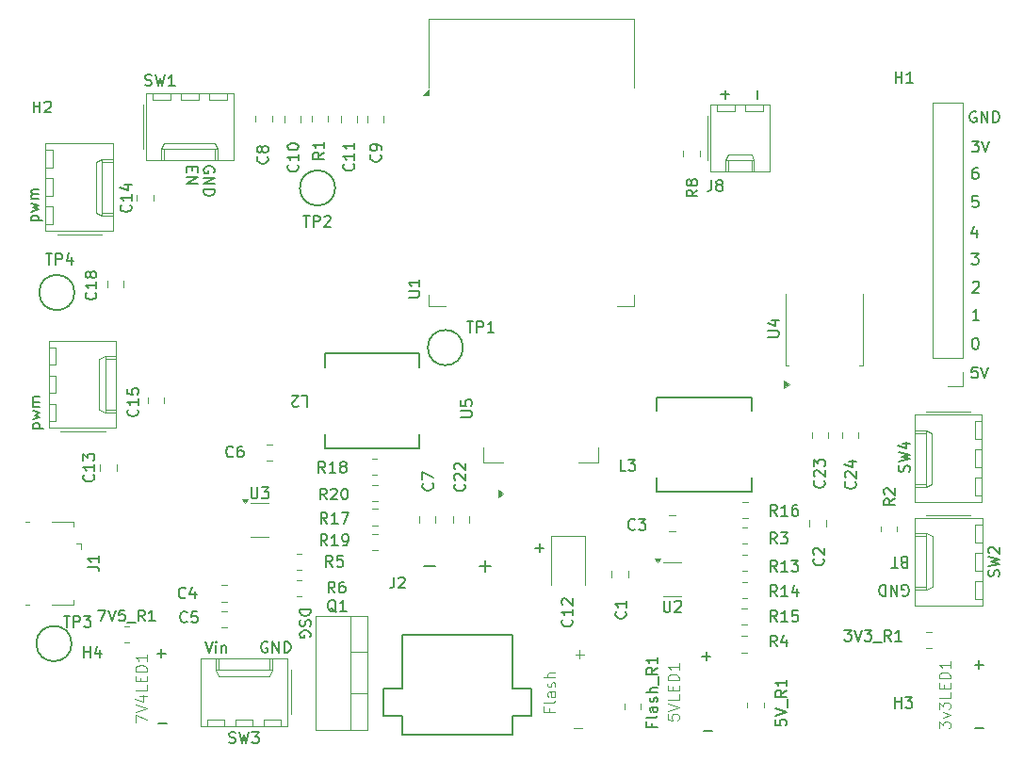
<source format=gto>
G04 #@! TF.GenerationSoftware,KiCad,Pcbnew,8.0.8*
G04 #@! TF.CreationDate,2025-03-31T15:28:11-05:00*
G04 #@! TF.ProjectId,Group_29_Handheld,47726f75-705f-4323-995f-48616e646865,rev?*
G04 #@! TF.SameCoordinates,Original*
G04 #@! TF.FileFunction,Legend,Top*
G04 #@! TF.FilePolarity,Positive*
%FSLAX46Y46*%
G04 Gerber Fmt 4.6, Leading zero omitted, Abs format (unit mm)*
G04 Created by KiCad (PCBNEW 8.0.8) date 2025-03-31 15:28:11*
%MOMM*%
%LPD*%
G01*
G04 APERTURE LIST*
%ADD10C,0.100000*%
%ADD11C,0.150000*%
%ADD12C,0.120000*%
%ADD13C,0.127000*%
%ADD14C,0.152400*%
G04 APERTURE END LIST*
D10*
X143126109Y-85248571D02*
X143126109Y-85581904D01*
X143649919Y-85581904D02*
X142649919Y-85581904D01*
X142649919Y-85581904D02*
X142649919Y-85105714D01*
X143649919Y-84581904D02*
X143602300Y-84677142D01*
X143602300Y-84677142D02*
X143507061Y-84724761D01*
X143507061Y-84724761D02*
X142649919Y-84724761D01*
X143649919Y-83772380D02*
X143126109Y-83772380D01*
X143126109Y-83772380D02*
X143030871Y-83819999D01*
X143030871Y-83819999D02*
X142983252Y-83915237D01*
X142983252Y-83915237D02*
X142983252Y-84105713D01*
X142983252Y-84105713D02*
X143030871Y-84200951D01*
X143602300Y-83772380D02*
X143649919Y-83867618D01*
X143649919Y-83867618D02*
X143649919Y-84105713D01*
X143649919Y-84105713D02*
X143602300Y-84200951D01*
X143602300Y-84200951D02*
X143507061Y-84248570D01*
X143507061Y-84248570D02*
X143411823Y-84248570D01*
X143411823Y-84248570D02*
X143316585Y-84200951D01*
X143316585Y-84200951D02*
X143268966Y-84105713D01*
X143268966Y-84105713D02*
X143268966Y-83867618D01*
X143268966Y-83867618D02*
X143221347Y-83772380D01*
X143602300Y-83343808D02*
X143649919Y-83248570D01*
X143649919Y-83248570D02*
X143649919Y-83058094D01*
X143649919Y-83058094D02*
X143602300Y-82962856D01*
X143602300Y-82962856D02*
X143507061Y-82915237D01*
X143507061Y-82915237D02*
X143459442Y-82915237D01*
X143459442Y-82915237D02*
X143364204Y-82962856D01*
X143364204Y-82962856D02*
X143316585Y-83058094D01*
X143316585Y-83058094D02*
X143316585Y-83200951D01*
X143316585Y-83200951D02*
X143268966Y-83296189D01*
X143268966Y-83296189D02*
X143173728Y-83343808D01*
X143173728Y-83343808D02*
X143126109Y-83343808D01*
X143126109Y-83343808D02*
X143030871Y-83296189D01*
X143030871Y-83296189D02*
X142983252Y-83200951D01*
X142983252Y-83200951D02*
X142983252Y-83058094D01*
X142983252Y-83058094D02*
X143030871Y-82962856D01*
X143649919Y-82486665D02*
X142649919Y-82486665D01*
X143649919Y-82058094D02*
X143126109Y-82058094D01*
X143126109Y-82058094D02*
X143030871Y-82105713D01*
X143030871Y-82105713D02*
X142983252Y-82200951D01*
X142983252Y-82200951D02*
X142983252Y-82343808D01*
X142983252Y-82343808D02*
X143030871Y-82439046D01*
X143030871Y-82439046D02*
X143078490Y-82486665D01*
X145464884Y-80390466D02*
X146226789Y-80390466D01*
X145845836Y-80771419D02*
X145845836Y-80009514D01*
X145337884Y-87057966D02*
X146099789Y-87057966D01*
D11*
X122882819Y-35282166D02*
X122406628Y-35615499D01*
X122882819Y-35853594D02*
X121882819Y-35853594D01*
X121882819Y-35853594D02*
X121882819Y-35472642D01*
X121882819Y-35472642D02*
X121930438Y-35377404D01*
X121930438Y-35377404D02*
X121978057Y-35329785D01*
X121978057Y-35329785D02*
X122073295Y-35282166D01*
X122073295Y-35282166D02*
X122216152Y-35282166D01*
X122216152Y-35282166D02*
X122311390Y-35329785D01*
X122311390Y-35329785D02*
X122359009Y-35377404D01*
X122359009Y-35377404D02*
X122406628Y-35472642D01*
X122406628Y-35472642D02*
X122406628Y-35853594D01*
X122882819Y-34329785D02*
X122882819Y-34901213D01*
X122882819Y-34615499D02*
X121882819Y-34615499D01*
X121882819Y-34615499D02*
X122025676Y-34710737D01*
X122025676Y-34710737D02*
X122120914Y-34805975D01*
X122120914Y-34805975D02*
X122168533Y-34901213D01*
X156454819Y-38666666D02*
X155978628Y-38999999D01*
X156454819Y-39238094D02*
X155454819Y-39238094D01*
X155454819Y-39238094D02*
X155454819Y-38857142D01*
X155454819Y-38857142D02*
X155502438Y-38761904D01*
X155502438Y-38761904D02*
X155550057Y-38714285D01*
X155550057Y-38714285D02*
X155645295Y-38666666D01*
X155645295Y-38666666D02*
X155788152Y-38666666D01*
X155788152Y-38666666D02*
X155883390Y-38714285D01*
X155883390Y-38714285D02*
X155931009Y-38761904D01*
X155931009Y-38761904D02*
X155978628Y-38857142D01*
X155978628Y-38857142D02*
X155978628Y-39238094D01*
X155883390Y-38095237D02*
X155835771Y-38190475D01*
X155835771Y-38190475D02*
X155788152Y-38238094D01*
X155788152Y-38238094D02*
X155692914Y-38285713D01*
X155692914Y-38285713D02*
X155645295Y-38285713D01*
X155645295Y-38285713D02*
X155550057Y-38238094D01*
X155550057Y-38238094D02*
X155502438Y-38190475D01*
X155502438Y-38190475D02*
X155454819Y-38095237D01*
X155454819Y-38095237D02*
X155454819Y-37904761D01*
X155454819Y-37904761D02*
X155502438Y-37809523D01*
X155502438Y-37809523D02*
X155550057Y-37761904D01*
X155550057Y-37761904D02*
X155645295Y-37714285D01*
X155645295Y-37714285D02*
X155692914Y-37714285D01*
X155692914Y-37714285D02*
X155788152Y-37761904D01*
X155788152Y-37761904D02*
X155835771Y-37809523D01*
X155835771Y-37809523D02*
X155883390Y-37904761D01*
X155883390Y-37904761D02*
X155883390Y-38095237D01*
X155883390Y-38095237D02*
X155931009Y-38190475D01*
X155931009Y-38190475D02*
X155978628Y-38238094D01*
X155978628Y-38238094D02*
X156073866Y-38285713D01*
X156073866Y-38285713D02*
X156264342Y-38285713D01*
X156264342Y-38285713D02*
X156359580Y-38238094D01*
X156359580Y-38238094D02*
X156407200Y-38190475D01*
X156407200Y-38190475D02*
X156454819Y-38095237D01*
X156454819Y-38095237D02*
X156454819Y-37904761D01*
X156454819Y-37904761D02*
X156407200Y-37809523D01*
X156407200Y-37809523D02*
X156359580Y-37761904D01*
X156359580Y-37761904D02*
X156264342Y-37714285D01*
X156264342Y-37714285D02*
X156073866Y-37714285D01*
X156073866Y-37714285D02*
X155978628Y-37761904D01*
X155978628Y-37761904D02*
X155931009Y-37809523D01*
X155931009Y-37809523D02*
X155883390Y-37904761D01*
X123118642Y-66494819D02*
X122785309Y-66018628D01*
X122547214Y-66494819D02*
X122547214Y-65494819D01*
X122547214Y-65494819D02*
X122928166Y-65494819D01*
X122928166Y-65494819D02*
X123023404Y-65542438D01*
X123023404Y-65542438D02*
X123071023Y-65590057D01*
X123071023Y-65590057D02*
X123118642Y-65685295D01*
X123118642Y-65685295D02*
X123118642Y-65828152D01*
X123118642Y-65828152D02*
X123071023Y-65923390D01*
X123071023Y-65923390D02*
X123023404Y-65971009D01*
X123023404Y-65971009D02*
X122928166Y-66018628D01*
X122928166Y-66018628D02*
X122547214Y-66018628D01*
X123499595Y-65590057D02*
X123547214Y-65542438D01*
X123547214Y-65542438D02*
X123642452Y-65494819D01*
X123642452Y-65494819D02*
X123880547Y-65494819D01*
X123880547Y-65494819D02*
X123975785Y-65542438D01*
X123975785Y-65542438D02*
X124023404Y-65590057D01*
X124023404Y-65590057D02*
X124071023Y-65685295D01*
X124071023Y-65685295D02*
X124071023Y-65780533D01*
X124071023Y-65780533D02*
X124023404Y-65923390D01*
X124023404Y-65923390D02*
X123451976Y-66494819D01*
X123451976Y-66494819D02*
X124071023Y-66494819D01*
X124690071Y-65494819D02*
X124785309Y-65494819D01*
X124785309Y-65494819D02*
X124880547Y-65542438D01*
X124880547Y-65542438D02*
X124928166Y-65590057D01*
X124928166Y-65590057D02*
X124975785Y-65685295D01*
X124975785Y-65685295D02*
X125023404Y-65875771D01*
X125023404Y-65875771D02*
X125023404Y-66113866D01*
X125023404Y-66113866D02*
X124975785Y-66304342D01*
X124975785Y-66304342D02*
X124928166Y-66399580D01*
X124928166Y-66399580D02*
X124880547Y-66447200D01*
X124880547Y-66447200D02*
X124785309Y-66494819D01*
X124785309Y-66494819D02*
X124690071Y-66494819D01*
X124690071Y-66494819D02*
X124594833Y-66447200D01*
X124594833Y-66447200D02*
X124547214Y-66399580D01*
X124547214Y-66399580D02*
X124499595Y-66304342D01*
X124499595Y-66304342D02*
X124451976Y-66113866D01*
X124451976Y-66113866D02*
X124451976Y-65875771D01*
X124451976Y-65875771D02*
X124499595Y-65685295D01*
X124499595Y-65685295D02*
X124547214Y-65590057D01*
X124547214Y-65590057D02*
X124594833Y-65542438D01*
X124594833Y-65542438D02*
X124690071Y-65494819D01*
X106807167Y-29243700D02*
X106950024Y-29291319D01*
X106950024Y-29291319D02*
X107188119Y-29291319D01*
X107188119Y-29291319D02*
X107283357Y-29243700D01*
X107283357Y-29243700D02*
X107330976Y-29196080D01*
X107330976Y-29196080D02*
X107378595Y-29100842D01*
X107378595Y-29100842D02*
X107378595Y-29005604D01*
X107378595Y-29005604D02*
X107330976Y-28910366D01*
X107330976Y-28910366D02*
X107283357Y-28862747D01*
X107283357Y-28862747D02*
X107188119Y-28815128D01*
X107188119Y-28815128D02*
X106997643Y-28767509D01*
X106997643Y-28767509D02*
X106902405Y-28719890D01*
X106902405Y-28719890D02*
X106854786Y-28672271D01*
X106854786Y-28672271D02*
X106807167Y-28577033D01*
X106807167Y-28577033D02*
X106807167Y-28481795D01*
X106807167Y-28481795D02*
X106854786Y-28386557D01*
X106854786Y-28386557D02*
X106902405Y-28338938D01*
X106902405Y-28338938D02*
X106997643Y-28291319D01*
X106997643Y-28291319D02*
X107235738Y-28291319D01*
X107235738Y-28291319D02*
X107378595Y-28338938D01*
X107711929Y-28291319D02*
X107950024Y-29291319D01*
X107950024Y-29291319D02*
X108140500Y-28577033D01*
X108140500Y-28577033D02*
X108330976Y-29291319D01*
X108330976Y-29291319D02*
X108569072Y-28291319D01*
X109473833Y-29291319D02*
X108902405Y-29291319D01*
X109188119Y-29291319D02*
X109188119Y-28291319D01*
X109188119Y-28291319D02*
X109092881Y-28434176D01*
X109092881Y-28434176D02*
X108997643Y-28529414D01*
X108997643Y-28529414D02*
X108902405Y-28577033D01*
X113019561Y-37084095D02*
X113067180Y-36988857D01*
X113067180Y-36988857D02*
X113067180Y-36846000D01*
X113067180Y-36846000D02*
X113019561Y-36703143D01*
X113019561Y-36703143D02*
X112924323Y-36607905D01*
X112924323Y-36607905D02*
X112829085Y-36560286D01*
X112829085Y-36560286D02*
X112638609Y-36512667D01*
X112638609Y-36512667D02*
X112495752Y-36512667D01*
X112495752Y-36512667D02*
X112305276Y-36560286D01*
X112305276Y-36560286D02*
X112210038Y-36607905D01*
X112210038Y-36607905D02*
X112114800Y-36703143D01*
X112114800Y-36703143D02*
X112067180Y-36846000D01*
X112067180Y-36846000D02*
X112067180Y-36941238D01*
X112067180Y-36941238D02*
X112114800Y-37084095D01*
X112114800Y-37084095D02*
X112162419Y-37131714D01*
X112162419Y-37131714D02*
X112495752Y-37131714D01*
X112495752Y-37131714D02*
X112495752Y-36941238D01*
X112067180Y-37560286D02*
X113067180Y-37560286D01*
X113067180Y-37560286D02*
X112067180Y-38131714D01*
X112067180Y-38131714D02*
X113067180Y-38131714D01*
X112067180Y-38607905D02*
X113067180Y-38607905D01*
X113067180Y-38607905D02*
X113067180Y-38846000D01*
X113067180Y-38846000D02*
X113019561Y-38988857D01*
X113019561Y-38988857D02*
X112924323Y-39084095D01*
X112924323Y-39084095D02*
X112829085Y-39131714D01*
X112829085Y-39131714D02*
X112638609Y-39179333D01*
X112638609Y-39179333D02*
X112495752Y-39179333D01*
X112495752Y-39179333D02*
X112305276Y-39131714D01*
X112305276Y-39131714D02*
X112210038Y-39084095D01*
X112210038Y-39084095D02*
X112114800Y-38988857D01*
X112114800Y-38988857D02*
X112067180Y-38846000D01*
X112067180Y-38846000D02*
X112067180Y-38607905D01*
X111066990Y-36599905D02*
X111066990Y-36933238D01*
X110543180Y-37076095D02*
X110543180Y-36599905D01*
X110543180Y-36599905D02*
X111543180Y-36599905D01*
X111543180Y-36599905D02*
X111543180Y-37076095D01*
X110543180Y-37504667D02*
X111543180Y-37504667D01*
X111543180Y-37504667D02*
X110543180Y-38076095D01*
X110543180Y-38076095D02*
X111543180Y-38076095D01*
X123658333Y-72527319D02*
X123325000Y-72051128D01*
X123086905Y-72527319D02*
X123086905Y-71527319D01*
X123086905Y-71527319D02*
X123467857Y-71527319D01*
X123467857Y-71527319D02*
X123563095Y-71574938D01*
X123563095Y-71574938D02*
X123610714Y-71622557D01*
X123610714Y-71622557D02*
X123658333Y-71717795D01*
X123658333Y-71717795D02*
X123658333Y-71860652D01*
X123658333Y-71860652D02*
X123610714Y-71955890D01*
X123610714Y-71955890D02*
X123563095Y-72003509D01*
X123563095Y-72003509D02*
X123467857Y-72051128D01*
X123467857Y-72051128D02*
X123086905Y-72051128D01*
X124563095Y-71527319D02*
X124086905Y-71527319D01*
X124086905Y-71527319D02*
X124039286Y-72003509D01*
X124039286Y-72003509D02*
X124086905Y-71955890D01*
X124086905Y-71955890D02*
X124182143Y-71908271D01*
X124182143Y-71908271D02*
X124420238Y-71908271D01*
X124420238Y-71908271D02*
X124515476Y-71955890D01*
X124515476Y-71955890D02*
X124563095Y-72003509D01*
X124563095Y-72003509D02*
X124610714Y-72098747D01*
X124610714Y-72098747D02*
X124610714Y-72336842D01*
X124610714Y-72336842D02*
X124563095Y-72432080D01*
X124563095Y-72432080D02*
X124515476Y-72479700D01*
X124515476Y-72479700D02*
X124420238Y-72527319D01*
X124420238Y-72527319D02*
X124182143Y-72527319D01*
X124182143Y-72527319D02*
X124086905Y-72479700D01*
X124086905Y-72479700D02*
X124039286Y-72432080D01*
X135171819Y-59084904D02*
X135981342Y-59084904D01*
X135981342Y-59084904D02*
X136076580Y-59037285D01*
X136076580Y-59037285D02*
X136124200Y-58989666D01*
X136124200Y-58989666D02*
X136171819Y-58894428D01*
X136171819Y-58894428D02*
X136171819Y-58703952D01*
X136171819Y-58703952D02*
X136124200Y-58608714D01*
X136124200Y-58608714D02*
X136076580Y-58561095D01*
X136076580Y-58561095D02*
X135981342Y-58513476D01*
X135981342Y-58513476D02*
X135171819Y-58513476D01*
X135171819Y-57561095D02*
X135171819Y-58037285D01*
X135171819Y-58037285D02*
X135648009Y-58084904D01*
X135648009Y-58084904D02*
X135600390Y-58037285D01*
X135600390Y-58037285D02*
X135552771Y-57942047D01*
X135552771Y-57942047D02*
X135552771Y-57703952D01*
X135552771Y-57703952D02*
X135600390Y-57608714D01*
X135600390Y-57608714D02*
X135648009Y-57561095D01*
X135648009Y-57561095D02*
X135743247Y-57513476D01*
X135743247Y-57513476D02*
X135981342Y-57513476D01*
X135981342Y-57513476D02*
X136076580Y-57561095D01*
X136076580Y-57561095D02*
X136124200Y-57608714D01*
X136124200Y-57608714D02*
X136171819Y-57703952D01*
X136171819Y-57703952D02*
X136171819Y-57942047D01*
X136171819Y-57942047D02*
X136124200Y-58037285D01*
X136124200Y-58037285D02*
X136076580Y-58084904D01*
X174244095Y-29029819D02*
X174244095Y-28029819D01*
X174244095Y-28506009D02*
X174815523Y-28506009D01*
X174815523Y-29029819D02*
X174815523Y-28029819D01*
X175815523Y-29029819D02*
X175244095Y-29029819D01*
X175529809Y-29029819D02*
X175529809Y-28029819D01*
X175529809Y-28029819D02*
X175434571Y-28172676D01*
X175434571Y-28172676D02*
X175339333Y-28267914D01*
X175339333Y-28267914D02*
X175244095Y-28315533D01*
X125518080Y-36329857D02*
X125565700Y-36377476D01*
X125565700Y-36377476D02*
X125613319Y-36520333D01*
X125613319Y-36520333D02*
X125613319Y-36615571D01*
X125613319Y-36615571D02*
X125565700Y-36758428D01*
X125565700Y-36758428D02*
X125470461Y-36853666D01*
X125470461Y-36853666D02*
X125375223Y-36901285D01*
X125375223Y-36901285D02*
X125184747Y-36948904D01*
X125184747Y-36948904D02*
X125041890Y-36948904D01*
X125041890Y-36948904D02*
X124851414Y-36901285D01*
X124851414Y-36901285D02*
X124756176Y-36853666D01*
X124756176Y-36853666D02*
X124660938Y-36758428D01*
X124660938Y-36758428D02*
X124613319Y-36615571D01*
X124613319Y-36615571D02*
X124613319Y-36520333D01*
X124613319Y-36520333D02*
X124660938Y-36377476D01*
X124660938Y-36377476D02*
X124708557Y-36329857D01*
X125613319Y-35377476D02*
X125613319Y-35948904D01*
X125613319Y-35663190D02*
X124613319Y-35663190D01*
X124613319Y-35663190D02*
X124756176Y-35758428D01*
X124756176Y-35758428D02*
X124851414Y-35853666D01*
X124851414Y-35853666D02*
X124899033Y-35948904D01*
X125613319Y-34425095D02*
X125613319Y-34996523D01*
X125613319Y-34710809D02*
X124613319Y-34710809D01*
X124613319Y-34710809D02*
X124756176Y-34806047D01*
X124756176Y-34806047D02*
X124851414Y-34901285D01*
X124851414Y-34901285D02*
X124899033Y-34996523D01*
X157714166Y-37772819D02*
X157714166Y-38487104D01*
X157714166Y-38487104D02*
X157666547Y-38629961D01*
X157666547Y-38629961D02*
X157571309Y-38725200D01*
X157571309Y-38725200D02*
X157428452Y-38772819D01*
X157428452Y-38772819D02*
X157333214Y-38772819D01*
X158333214Y-38201390D02*
X158237976Y-38153771D01*
X158237976Y-38153771D02*
X158190357Y-38106152D01*
X158190357Y-38106152D02*
X158142738Y-38010914D01*
X158142738Y-38010914D02*
X158142738Y-37963295D01*
X158142738Y-37963295D02*
X158190357Y-37868057D01*
X158190357Y-37868057D02*
X158237976Y-37820438D01*
X158237976Y-37820438D02*
X158333214Y-37772819D01*
X158333214Y-37772819D02*
X158523690Y-37772819D01*
X158523690Y-37772819D02*
X158618928Y-37820438D01*
X158618928Y-37820438D02*
X158666547Y-37868057D01*
X158666547Y-37868057D02*
X158714166Y-37963295D01*
X158714166Y-37963295D02*
X158714166Y-38010914D01*
X158714166Y-38010914D02*
X158666547Y-38106152D01*
X158666547Y-38106152D02*
X158618928Y-38153771D01*
X158618928Y-38153771D02*
X158523690Y-38201390D01*
X158523690Y-38201390D02*
X158333214Y-38201390D01*
X158333214Y-38201390D02*
X158237976Y-38249009D01*
X158237976Y-38249009D02*
X158190357Y-38296628D01*
X158190357Y-38296628D02*
X158142738Y-38391866D01*
X158142738Y-38391866D02*
X158142738Y-38582342D01*
X158142738Y-38582342D02*
X158190357Y-38677580D01*
X158190357Y-38677580D02*
X158237976Y-38725200D01*
X158237976Y-38725200D02*
X158333214Y-38772819D01*
X158333214Y-38772819D02*
X158523690Y-38772819D01*
X158523690Y-38772819D02*
X158618928Y-38725200D01*
X158618928Y-38725200D02*
X158666547Y-38677580D01*
X158666547Y-38677580D02*
X158714166Y-38582342D01*
X158714166Y-38582342D02*
X158714166Y-38391866D01*
X158714166Y-38391866D02*
X158666547Y-38296628D01*
X158666547Y-38296628D02*
X158618928Y-38249009D01*
X158618928Y-38249009D02*
X158523690Y-38201390D01*
X158946866Y-30443951D02*
X158946866Y-29682047D01*
X159327819Y-30062999D02*
X158565914Y-30062999D01*
X161804366Y-30443951D02*
X161804366Y-29682047D01*
X122991642Y-64081819D02*
X122658309Y-63605628D01*
X122420214Y-64081819D02*
X122420214Y-63081819D01*
X122420214Y-63081819D02*
X122801166Y-63081819D01*
X122801166Y-63081819D02*
X122896404Y-63129438D01*
X122896404Y-63129438D02*
X122944023Y-63177057D01*
X122944023Y-63177057D02*
X122991642Y-63272295D01*
X122991642Y-63272295D02*
X122991642Y-63415152D01*
X122991642Y-63415152D02*
X122944023Y-63510390D01*
X122944023Y-63510390D02*
X122896404Y-63558009D01*
X122896404Y-63558009D02*
X122801166Y-63605628D01*
X122801166Y-63605628D02*
X122420214Y-63605628D01*
X123944023Y-64081819D02*
X123372595Y-64081819D01*
X123658309Y-64081819D02*
X123658309Y-63081819D01*
X123658309Y-63081819D02*
X123563071Y-63224676D01*
X123563071Y-63224676D02*
X123467833Y-63319914D01*
X123467833Y-63319914D02*
X123372595Y-63367533D01*
X124515452Y-63510390D02*
X124420214Y-63462771D01*
X124420214Y-63462771D02*
X124372595Y-63415152D01*
X124372595Y-63415152D02*
X124324976Y-63319914D01*
X124324976Y-63319914D02*
X124324976Y-63272295D01*
X124324976Y-63272295D02*
X124372595Y-63177057D01*
X124372595Y-63177057D02*
X124420214Y-63129438D01*
X124420214Y-63129438D02*
X124515452Y-63081819D01*
X124515452Y-63081819D02*
X124705928Y-63081819D01*
X124705928Y-63081819D02*
X124801166Y-63129438D01*
X124801166Y-63129438D02*
X124848785Y-63177057D01*
X124848785Y-63177057D02*
X124896404Y-63272295D01*
X124896404Y-63272295D02*
X124896404Y-63319914D01*
X124896404Y-63319914D02*
X124848785Y-63415152D01*
X124848785Y-63415152D02*
X124801166Y-63462771D01*
X124801166Y-63462771D02*
X124705928Y-63510390D01*
X124705928Y-63510390D02*
X124515452Y-63510390D01*
X124515452Y-63510390D02*
X124420214Y-63558009D01*
X124420214Y-63558009D02*
X124372595Y-63605628D01*
X124372595Y-63605628D02*
X124324976Y-63700866D01*
X124324976Y-63700866D02*
X124324976Y-63891342D01*
X124324976Y-63891342D02*
X124372595Y-63986580D01*
X124372595Y-63986580D02*
X124420214Y-64034200D01*
X124420214Y-64034200D02*
X124515452Y-64081819D01*
X124515452Y-64081819D02*
X124705928Y-64081819D01*
X124705928Y-64081819D02*
X124801166Y-64034200D01*
X124801166Y-64034200D02*
X124848785Y-63986580D01*
X124848785Y-63986580D02*
X124896404Y-63891342D01*
X124896404Y-63891342D02*
X124896404Y-63700866D01*
X124896404Y-63700866D02*
X124848785Y-63605628D01*
X124848785Y-63605628D02*
X124801166Y-63558009D01*
X124801166Y-63558009D02*
X124705928Y-63510390D01*
X97885881Y-44360219D02*
X98458007Y-44360219D01*
X98171944Y-45361439D02*
X98171944Y-44360219D01*
X98791746Y-45361439D02*
X98791746Y-44360219D01*
X98791746Y-44360219D02*
X99173163Y-44360219D01*
X99173163Y-44360219D02*
X99268518Y-44407896D01*
X99268518Y-44407896D02*
X99316195Y-44455573D01*
X99316195Y-44455573D02*
X99363872Y-44550927D01*
X99363872Y-44550927D02*
X99363872Y-44693959D01*
X99363872Y-44693959D02*
X99316195Y-44789313D01*
X99316195Y-44789313D02*
X99268518Y-44836990D01*
X99268518Y-44836990D02*
X99173163Y-44884667D01*
X99173163Y-44884667D02*
X98791746Y-44884667D01*
X100222061Y-44693959D02*
X100222061Y-45361439D01*
X99983675Y-44312542D02*
X99745289Y-45027699D01*
X99745289Y-45027699D02*
X100365092Y-45027699D01*
X99486556Y-76954164D02*
X100058682Y-76954164D01*
X99772619Y-77955384D02*
X99772619Y-76954164D01*
X100392421Y-77955384D02*
X100392421Y-76954164D01*
X100392421Y-76954164D02*
X100773838Y-76954164D01*
X100773838Y-76954164D02*
X100869193Y-77001841D01*
X100869193Y-77001841D02*
X100916870Y-77049518D01*
X100916870Y-77049518D02*
X100964547Y-77144872D01*
X100964547Y-77144872D02*
X100964547Y-77287904D01*
X100964547Y-77287904D02*
X100916870Y-77383258D01*
X100916870Y-77383258D02*
X100869193Y-77430935D01*
X100869193Y-77430935D02*
X100773838Y-77478612D01*
X100773838Y-77478612D02*
X100392421Y-77478612D01*
X101298287Y-76954164D02*
X101918090Y-76954164D01*
X101918090Y-76954164D02*
X101584350Y-77335581D01*
X101584350Y-77335581D02*
X101727381Y-77335581D01*
X101727381Y-77335581D02*
X101822736Y-77383258D01*
X101822736Y-77383258D02*
X101870413Y-77430935D01*
X101870413Y-77430935D02*
X101918090Y-77526289D01*
X101918090Y-77526289D02*
X101918090Y-77764675D01*
X101918090Y-77764675D02*
X101870413Y-77860029D01*
X101870413Y-77860029D02*
X101822736Y-77907707D01*
X101822736Y-77907707D02*
X101727381Y-77955384D01*
X101727381Y-77955384D02*
X101441318Y-77955384D01*
X101441318Y-77955384D02*
X101345964Y-77907707D01*
X101345964Y-77907707D02*
X101298287Y-77860029D01*
X110577333Y-77448580D02*
X110529714Y-77496200D01*
X110529714Y-77496200D02*
X110386857Y-77543819D01*
X110386857Y-77543819D02*
X110291619Y-77543819D01*
X110291619Y-77543819D02*
X110148762Y-77496200D01*
X110148762Y-77496200D02*
X110053524Y-77400961D01*
X110053524Y-77400961D02*
X110005905Y-77305723D01*
X110005905Y-77305723D02*
X109958286Y-77115247D01*
X109958286Y-77115247D02*
X109958286Y-76972390D01*
X109958286Y-76972390D02*
X110005905Y-76781914D01*
X110005905Y-76781914D02*
X110053524Y-76686676D01*
X110053524Y-76686676D02*
X110148762Y-76591438D01*
X110148762Y-76591438D02*
X110291619Y-76543819D01*
X110291619Y-76543819D02*
X110386857Y-76543819D01*
X110386857Y-76543819D02*
X110529714Y-76591438D01*
X110529714Y-76591438D02*
X110577333Y-76639057D01*
X111482095Y-76543819D02*
X111005905Y-76543819D01*
X111005905Y-76543819D02*
X110958286Y-77020009D01*
X110958286Y-77020009D02*
X111005905Y-76972390D01*
X111005905Y-76972390D02*
X111101143Y-76924771D01*
X111101143Y-76924771D02*
X111339238Y-76924771D01*
X111339238Y-76924771D02*
X111434476Y-76972390D01*
X111434476Y-76972390D02*
X111482095Y-77020009D01*
X111482095Y-77020009D02*
X111529714Y-77115247D01*
X111529714Y-77115247D02*
X111529714Y-77353342D01*
X111529714Y-77353342D02*
X111482095Y-77448580D01*
X111482095Y-77448580D02*
X111434476Y-77496200D01*
X111434476Y-77496200D02*
X111339238Y-77543819D01*
X111339238Y-77543819D02*
X111101143Y-77543819D01*
X111101143Y-77543819D02*
X111005905Y-77496200D01*
X111005905Y-77496200D02*
X110958286Y-77448580D01*
X120880166Y-57139680D02*
X121356356Y-57139680D01*
X121356356Y-57139680D02*
X121356356Y-58139680D01*
X120594451Y-58044442D02*
X120546832Y-58092061D01*
X120546832Y-58092061D02*
X120451594Y-58139680D01*
X120451594Y-58139680D02*
X120213499Y-58139680D01*
X120213499Y-58139680D02*
X120118261Y-58092061D01*
X120118261Y-58092061D02*
X120070642Y-58044442D01*
X120070642Y-58044442D02*
X120023023Y-57949204D01*
X120023023Y-57949204D02*
X120023023Y-57853966D01*
X120023023Y-57853966D02*
X120070642Y-57711109D01*
X120070642Y-57711109D02*
X120642070Y-57139680D01*
X120642070Y-57139680D02*
X120023023Y-57139680D01*
X153421595Y-75591319D02*
X153421595Y-76400842D01*
X153421595Y-76400842D02*
X153469214Y-76496080D01*
X153469214Y-76496080D02*
X153516833Y-76543700D01*
X153516833Y-76543700D02*
X153612071Y-76591319D01*
X153612071Y-76591319D02*
X153802547Y-76591319D01*
X153802547Y-76591319D02*
X153897785Y-76543700D01*
X153897785Y-76543700D02*
X153945404Y-76496080D01*
X153945404Y-76496080D02*
X153993023Y-76400842D01*
X153993023Y-76400842D02*
X153993023Y-75591319D01*
X154421595Y-75686557D02*
X154469214Y-75638938D01*
X154469214Y-75638938D02*
X154564452Y-75591319D01*
X154564452Y-75591319D02*
X154802547Y-75591319D01*
X154802547Y-75591319D02*
X154897785Y-75638938D01*
X154897785Y-75638938D02*
X154945404Y-75686557D01*
X154945404Y-75686557D02*
X154993023Y-75781795D01*
X154993023Y-75781795D02*
X154993023Y-75877033D01*
X154993023Y-75877033D02*
X154945404Y-76019890D01*
X154945404Y-76019890D02*
X154373976Y-76591319D01*
X154373976Y-76591319D02*
X154993023Y-76591319D01*
X120501580Y-36393357D02*
X120549200Y-36440976D01*
X120549200Y-36440976D02*
X120596819Y-36583833D01*
X120596819Y-36583833D02*
X120596819Y-36679071D01*
X120596819Y-36679071D02*
X120549200Y-36821928D01*
X120549200Y-36821928D02*
X120453961Y-36917166D01*
X120453961Y-36917166D02*
X120358723Y-36964785D01*
X120358723Y-36964785D02*
X120168247Y-37012404D01*
X120168247Y-37012404D02*
X120025390Y-37012404D01*
X120025390Y-37012404D02*
X119834914Y-36964785D01*
X119834914Y-36964785D02*
X119739676Y-36917166D01*
X119739676Y-36917166D02*
X119644438Y-36821928D01*
X119644438Y-36821928D02*
X119596819Y-36679071D01*
X119596819Y-36679071D02*
X119596819Y-36583833D01*
X119596819Y-36583833D02*
X119644438Y-36440976D01*
X119644438Y-36440976D02*
X119692057Y-36393357D01*
X120596819Y-35440976D02*
X120596819Y-36012404D01*
X120596819Y-35726690D02*
X119596819Y-35726690D01*
X119596819Y-35726690D02*
X119739676Y-35821928D01*
X119739676Y-35821928D02*
X119834914Y-35917166D01*
X119834914Y-35917166D02*
X119882533Y-36012404D01*
X119596819Y-34821928D02*
X119596819Y-34726690D01*
X119596819Y-34726690D02*
X119644438Y-34631452D01*
X119644438Y-34631452D02*
X119692057Y-34583833D01*
X119692057Y-34583833D02*
X119787295Y-34536214D01*
X119787295Y-34536214D02*
X119977771Y-34488595D01*
X119977771Y-34488595D02*
X120215866Y-34488595D01*
X120215866Y-34488595D02*
X120406342Y-34536214D01*
X120406342Y-34536214D02*
X120501580Y-34583833D01*
X120501580Y-34583833D02*
X120549200Y-34631452D01*
X120549200Y-34631452D02*
X120596819Y-34726690D01*
X120596819Y-34726690D02*
X120596819Y-34821928D01*
X120596819Y-34821928D02*
X120549200Y-34917166D01*
X120549200Y-34917166D02*
X120501580Y-34964785D01*
X120501580Y-34964785D02*
X120406342Y-35012404D01*
X120406342Y-35012404D02*
X120215866Y-35060023D01*
X120215866Y-35060023D02*
X119977771Y-35060023D01*
X119977771Y-35060023D02*
X119787295Y-35012404D01*
X119787295Y-35012404D02*
X119692057Y-34964785D01*
X119692057Y-34964785D02*
X119644438Y-34917166D01*
X119644438Y-34917166D02*
X119596819Y-34821928D01*
X105486580Y-40012857D02*
X105534200Y-40060476D01*
X105534200Y-40060476D02*
X105581819Y-40203333D01*
X105581819Y-40203333D02*
X105581819Y-40298571D01*
X105581819Y-40298571D02*
X105534200Y-40441428D01*
X105534200Y-40441428D02*
X105438961Y-40536666D01*
X105438961Y-40536666D02*
X105343723Y-40584285D01*
X105343723Y-40584285D02*
X105153247Y-40631904D01*
X105153247Y-40631904D02*
X105010390Y-40631904D01*
X105010390Y-40631904D02*
X104819914Y-40584285D01*
X104819914Y-40584285D02*
X104724676Y-40536666D01*
X104724676Y-40536666D02*
X104629438Y-40441428D01*
X104629438Y-40441428D02*
X104581819Y-40298571D01*
X104581819Y-40298571D02*
X104581819Y-40203333D01*
X104581819Y-40203333D02*
X104629438Y-40060476D01*
X104629438Y-40060476D02*
X104677057Y-40012857D01*
X105581819Y-39060476D02*
X105581819Y-39631904D01*
X105581819Y-39346190D02*
X104581819Y-39346190D01*
X104581819Y-39346190D02*
X104724676Y-39441428D01*
X104724676Y-39441428D02*
X104819914Y-39536666D01*
X104819914Y-39536666D02*
X104867533Y-39631904D01*
X104915152Y-38203333D02*
X105581819Y-38203333D01*
X104534200Y-38441428D02*
X105248485Y-38679523D01*
X105248485Y-38679523D02*
X105248485Y-38060476D01*
X169654762Y-78204819D02*
X170273809Y-78204819D01*
X170273809Y-78204819D02*
X169940476Y-78585771D01*
X169940476Y-78585771D02*
X170083333Y-78585771D01*
X170083333Y-78585771D02*
X170178571Y-78633390D01*
X170178571Y-78633390D02*
X170226190Y-78681009D01*
X170226190Y-78681009D02*
X170273809Y-78776247D01*
X170273809Y-78776247D02*
X170273809Y-79014342D01*
X170273809Y-79014342D02*
X170226190Y-79109580D01*
X170226190Y-79109580D02*
X170178571Y-79157200D01*
X170178571Y-79157200D02*
X170083333Y-79204819D01*
X170083333Y-79204819D02*
X169797619Y-79204819D01*
X169797619Y-79204819D02*
X169702381Y-79157200D01*
X169702381Y-79157200D02*
X169654762Y-79109580D01*
X170559524Y-78204819D02*
X170892857Y-79204819D01*
X170892857Y-79204819D02*
X171226190Y-78204819D01*
X171464286Y-78204819D02*
X172083333Y-78204819D01*
X172083333Y-78204819D02*
X171750000Y-78585771D01*
X171750000Y-78585771D02*
X171892857Y-78585771D01*
X171892857Y-78585771D02*
X171988095Y-78633390D01*
X171988095Y-78633390D02*
X172035714Y-78681009D01*
X172035714Y-78681009D02*
X172083333Y-78776247D01*
X172083333Y-78776247D02*
X172083333Y-79014342D01*
X172083333Y-79014342D02*
X172035714Y-79109580D01*
X172035714Y-79109580D02*
X171988095Y-79157200D01*
X171988095Y-79157200D02*
X171892857Y-79204819D01*
X171892857Y-79204819D02*
X171607143Y-79204819D01*
X171607143Y-79204819D02*
X171511905Y-79157200D01*
X171511905Y-79157200D02*
X171464286Y-79109580D01*
X172273810Y-79300057D02*
X173035714Y-79300057D01*
X173845238Y-79204819D02*
X173511905Y-78728628D01*
X173273810Y-79204819D02*
X173273810Y-78204819D01*
X173273810Y-78204819D02*
X173654762Y-78204819D01*
X173654762Y-78204819D02*
X173750000Y-78252438D01*
X173750000Y-78252438D02*
X173797619Y-78300057D01*
X173797619Y-78300057D02*
X173845238Y-78395295D01*
X173845238Y-78395295D02*
X173845238Y-78538152D01*
X173845238Y-78538152D02*
X173797619Y-78633390D01*
X173797619Y-78633390D02*
X173750000Y-78681009D01*
X173750000Y-78681009D02*
X173654762Y-78728628D01*
X173654762Y-78728628D02*
X173273810Y-78728628D01*
X174797619Y-79204819D02*
X174226191Y-79204819D01*
X174511905Y-79204819D02*
X174511905Y-78204819D01*
X174511905Y-78204819D02*
X174416667Y-78347676D01*
X174416667Y-78347676D02*
X174321429Y-78442914D01*
X174321429Y-78442914D02*
X174226191Y-78490533D01*
X152331009Y-86605714D02*
X152331009Y-86939047D01*
X152854819Y-86939047D02*
X151854819Y-86939047D01*
X151854819Y-86939047D02*
X151854819Y-86462857D01*
X152854819Y-85939047D02*
X152807200Y-86034285D01*
X152807200Y-86034285D02*
X152711961Y-86081904D01*
X152711961Y-86081904D02*
X151854819Y-86081904D01*
X152854819Y-85129523D02*
X152331009Y-85129523D01*
X152331009Y-85129523D02*
X152235771Y-85177142D01*
X152235771Y-85177142D02*
X152188152Y-85272380D01*
X152188152Y-85272380D02*
X152188152Y-85462856D01*
X152188152Y-85462856D02*
X152235771Y-85558094D01*
X152807200Y-85129523D02*
X152854819Y-85224761D01*
X152854819Y-85224761D02*
X152854819Y-85462856D01*
X152854819Y-85462856D02*
X152807200Y-85558094D01*
X152807200Y-85558094D02*
X152711961Y-85605713D01*
X152711961Y-85605713D02*
X152616723Y-85605713D01*
X152616723Y-85605713D02*
X152521485Y-85558094D01*
X152521485Y-85558094D02*
X152473866Y-85462856D01*
X152473866Y-85462856D02*
X152473866Y-85224761D01*
X152473866Y-85224761D02*
X152426247Y-85129523D01*
X152807200Y-84700951D02*
X152854819Y-84605713D01*
X152854819Y-84605713D02*
X152854819Y-84415237D01*
X152854819Y-84415237D02*
X152807200Y-84319999D01*
X152807200Y-84319999D02*
X152711961Y-84272380D01*
X152711961Y-84272380D02*
X152664342Y-84272380D01*
X152664342Y-84272380D02*
X152569104Y-84319999D01*
X152569104Y-84319999D02*
X152521485Y-84415237D01*
X152521485Y-84415237D02*
X152521485Y-84558094D01*
X152521485Y-84558094D02*
X152473866Y-84653332D01*
X152473866Y-84653332D02*
X152378628Y-84700951D01*
X152378628Y-84700951D02*
X152331009Y-84700951D01*
X152331009Y-84700951D02*
X152235771Y-84653332D01*
X152235771Y-84653332D02*
X152188152Y-84558094D01*
X152188152Y-84558094D02*
X152188152Y-84415237D01*
X152188152Y-84415237D02*
X152235771Y-84319999D01*
X152854819Y-83843808D02*
X151854819Y-83843808D01*
X152854819Y-83415237D02*
X152331009Y-83415237D01*
X152331009Y-83415237D02*
X152235771Y-83462856D01*
X152235771Y-83462856D02*
X152188152Y-83558094D01*
X152188152Y-83558094D02*
X152188152Y-83700951D01*
X152188152Y-83700951D02*
X152235771Y-83796189D01*
X152235771Y-83796189D02*
X152283390Y-83843808D01*
X152950057Y-83177142D02*
X152950057Y-82415237D01*
X152854819Y-81605713D02*
X152378628Y-81939046D01*
X152854819Y-82177141D02*
X151854819Y-82177141D01*
X151854819Y-82177141D02*
X151854819Y-81796189D01*
X151854819Y-81796189D02*
X151902438Y-81700951D01*
X151902438Y-81700951D02*
X151950057Y-81653332D01*
X151950057Y-81653332D02*
X152045295Y-81605713D01*
X152045295Y-81605713D02*
X152188152Y-81605713D01*
X152188152Y-81605713D02*
X152283390Y-81653332D01*
X152283390Y-81653332D02*
X152331009Y-81700951D01*
X152331009Y-81700951D02*
X152378628Y-81796189D01*
X152378628Y-81796189D02*
X152378628Y-82177141D01*
X152854819Y-80653332D02*
X152854819Y-81224760D01*
X152854819Y-80939046D02*
X151854819Y-80939046D01*
X151854819Y-80939046D02*
X151997676Y-81034284D01*
X151997676Y-81034284D02*
X152092914Y-81129522D01*
X152092914Y-81129522D02*
X152140533Y-81224760D01*
X163607142Y-75204819D02*
X163273809Y-74728628D01*
X163035714Y-75204819D02*
X163035714Y-74204819D01*
X163035714Y-74204819D02*
X163416666Y-74204819D01*
X163416666Y-74204819D02*
X163511904Y-74252438D01*
X163511904Y-74252438D02*
X163559523Y-74300057D01*
X163559523Y-74300057D02*
X163607142Y-74395295D01*
X163607142Y-74395295D02*
X163607142Y-74538152D01*
X163607142Y-74538152D02*
X163559523Y-74633390D01*
X163559523Y-74633390D02*
X163511904Y-74681009D01*
X163511904Y-74681009D02*
X163416666Y-74728628D01*
X163416666Y-74728628D02*
X163035714Y-74728628D01*
X164559523Y-75204819D02*
X163988095Y-75204819D01*
X164273809Y-75204819D02*
X164273809Y-74204819D01*
X164273809Y-74204819D02*
X164178571Y-74347676D01*
X164178571Y-74347676D02*
X164083333Y-74442914D01*
X164083333Y-74442914D02*
X163988095Y-74490533D01*
X165416666Y-74538152D02*
X165416666Y-75204819D01*
X165178571Y-74157200D02*
X164940476Y-74871485D01*
X164940476Y-74871485D02*
X165559523Y-74871485D01*
X96774095Y-31696819D02*
X96774095Y-30696819D01*
X96774095Y-31173009D02*
X97345523Y-31173009D01*
X97345523Y-31696819D02*
X97345523Y-30696819D01*
X97774095Y-30792057D02*
X97821714Y-30744438D01*
X97821714Y-30744438D02*
X97916952Y-30696819D01*
X97916952Y-30696819D02*
X98155047Y-30696819D01*
X98155047Y-30696819D02*
X98250285Y-30744438D01*
X98250285Y-30744438D02*
X98297904Y-30792057D01*
X98297904Y-30792057D02*
X98345523Y-30887295D01*
X98345523Y-30887295D02*
X98345523Y-30982533D01*
X98345523Y-30982533D02*
X98297904Y-31125390D01*
X98297904Y-31125390D02*
X97726476Y-31696819D01*
X97726476Y-31696819D02*
X98345523Y-31696819D01*
X102340580Y-47886857D02*
X102388200Y-47934476D01*
X102388200Y-47934476D02*
X102435819Y-48077333D01*
X102435819Y-48077333D02*
X102435819Y-48172571D01*
X102435819Y-48172571D02*
X102388200Y-48315428D01*
X102388200Y-48315428D02*
X102292961Y-48410666D01*
X102292961Y-48410666D02*
X102197723Y-48458285D01*
X102197723Y-48458285D02*
X102007247Y-48505904D01*
X102007247Y-48505904D02*
X101864390Y-48505904D01*
X101864390Y-48505904D02*
X101673914Y-48458285D01*
X101673914Y-48458285D02*
X101578676Y-48410666D01*
X101578676Y-48410666D02*
X101483438Y-48315428D01*
X101483438Y-48315428D02*
X101435819Y-48172571D01*
X101435819Y-48172571D02*
X101435819Y-48077333D01*
X101435819Y-48077333D02*
X101483438Y-47934476D01*
X101483438Y-47934476D02*
X101531057Y-47886857D01*
X102435819Y-46934476D02*
X102435819Y-47505904D01*
X102435819Y-47220190D02*
X101435819Y-47220190D01*
X101435819Y-47220190D02*
X101578676Y-47315428D01*
X101578676Y-47315428D02*
X101673914Y-47410666D01*
X101673914Y-47410666D02*
X101721533Y-47505904D01*
X101864390Y-46363047D02*
X101816771Y-46458285D01*
X101816771Y-46458285D02*
X101769152Y-46505904D01*
X101769152Y-46505904D02*
X101673914Y-46553523D01*
X101673914Y-46553523D02*
X101626295Y-46553523D01*
X101626295Y-46553523D02*
X101531057Y-46505904D01*
X101531057Y-46505904D02*
X101483438Y-46458285D01*
X101483438Y-46458285D02*
X101435819Y-46363047D01*
X101435819Y-46363047D02*
X101435819Y-46172571D01*
X101435819Y-46172571D02*
X101483438Y-46077333D01*
X101483438Y-46077333D02*
X101531057Y-46029714D01*
X101531057Y-46029714D02*
X101626295Y-45982095D01*
X101626295Y-45982095D02*
X101673914Y-45982095D01*
X101673914Y-45982095D02*
X101769152Y-46029714D01*
X101769152Y-46029714D02*
X101816771Y-46077333D01*
X101816771Y-46077333D02*
X101864390Y-46172571D01*
X101864390Y-46172571D02*
X101864390Y-46363047D01*
X101864390Y-46363047D02*
X101912009Y-46458285D01*
X101912009Y-46458285D02*
X101959628Y-46505904D01*
X101959628Y-46505904D02*
X102054866Y-46553523D01*
X102054866Y-46553523D02*
X102245342Y-46553523D01*
X102245342Y-46553523D02*
X102340580Y-46505904D01*
X102340580Y-46505904D02*
X102388200Y-46458285D01*
X102388200Y-46458285D02*
X102435819Y-46363047D01*
X102435819Y-46363047D02*
X102435819Y-46172571D01*
X102435819Y-46172571D02*
X102388200Y-46077333D01*
X102388200Y-46077333D02*
X102340580Y-46029714D01*
X102340580Y-46029714D02*
X102245342Y-45982095D01*
X102245342Y-45982095D02*
X102054866Y-45982095D01*
X102054866Y-45982095D02*
X101959628Y-46029714D01*
X101959628Y-46029714D02*
X101912009Y-46077333D01*
X101912009Y-46077333D02*
X101864390Y-46172571D01*
X96562152Y-41409761D02*
X97562152Y-41409761D01*
X96609771Y-41409761D02*
X96562152Y-41314523D01*
X96562152Y-41314523D02*
X96562152Y-41124047D01*
X96562152Y-41124047D02*
X96609771Y-41028809D01*
X96609771Y-41028809D02*
X96657390Y-40981190D01*
X96657390Y-40981190D02*
X96752628Y-40933571D01*
X96752628Y-40933571D02*
X97038342Y-40933571D01*
X97038342Y-40933571D02*
X97133580Y-40981190D01*
X97133580Y-40981190D02*
X97181200Y-41028809D01*
X97181200Y-41028809D02*
X97228819Y-41124047D01*
X97228819Y-41124047D02*
X97228819Y-41314523D01*
X97228819Y-41314523D02*
X97181200Y-41409761D01*
X96562152Y-40600237D02*
X97228819Y-40409761D01*
X97228819Y-40409761D02*
X96752628Y-40219285D01*
X96752628Y-40219285D02*
X97228819Y-40028809D01*
X97228819Y-40028809D02*
X96562152Y-39838333D01*
X97228819Y-39457380D02*
X96562152Y-39457380D01*
X96657390Y-39457380D02*
X96609771Y-39409761D01*
X96609771Y-39409761D02*
X96562152Y-39314523D01*
X96562152Y-39314523D02*
X96562152Y-39171666D01*
X96562152Y-39171666D02*
X96609771Y-39076428D01*
X96609771Y-39076428D02*
X96705009Y-39028809D01*
X96705009Y-39028809D02*
X97228819Y-39028809D01*
X96705009Y-39028809D02*
X96609771Y-38981190D01*
X96609771Y-38981190D02*
X96562152Y-38885952D01*
X96562152Y-38885952D02*
X96562152Y-38743095D01*
X96562152Y-38743095D02*
X96609771Y-38647856D01*
X96609771Y-38647856D02*
X96705009Y-38600237D01*
X96705009Y-38600237D02*
X97228819Y-38600237D01*
X135736556Y-50454164D02*
X136308682Y-50454164D01*
X136022619Y-51455384D02*
X136022619Y-50454164D01*
X136642421Y-51455384D02*
X136642421Y-50454164D01*
X136642421Y-50454164D02*
X137023838Y-50454164D01*
X137023838Y-50454164D02*
X137119193Y-50501841D01*
X137119193Y-50501841D02*
X137166870Y-50549518D01*
X137166870Y-50549518D02*
X137214547Y-50644872D01*
X137214547Y-50644872D02*
X137214547Y-50787904D01*
X137214547Y-50787904D02*
X137166870Y-50883258D01*
X137166870Y-50883258D02*
X137119193Y-50930935D01*
X137119193Y-50930935D02*
X137023838Y-50978612D01*
X137023838Y-50978612D02*
X136642421Y-50978612D01*
X138168090Y-51455384D02*
X137595964Y-51455384D01*
X137882027Y-51455384D02*
X137882027Y-50454164D01*
X137882027Y-50454164D02*
X137786673Y-50597195D01*
X137786673Y-50597195D02*
X137691318Y-50692549D01*
X137691318Y-50692549D02*
X137595964Y-50740227D01*
X121037556Y-40983164D02*
X121609682Y-40983164D01*
X121323619Y-41984384D02*
X121323619Y-40983164D01*
X121943421Y-41984384D02*
X121943421Y-40983164D01*
X121943421Y-40983164D02*
X122324838Y-40983164D01*
X122324838Y-40983164D02*
X122420193Y-41030841D01*
X122420193Y-41030841D02*
X122467870Y-41078518D01*
X122467870Y-41078518D02*
X122515547Y-41173872D01*
X122515547Y-41173872D02*
X122515547Y-41316904D01*
X122515547Y-41316904D02*
X122467870Y-41412258D01*
X122467870Y-41412258D02*
X122420193Y-41459935D01*
X122420193Y-41459935D02*
X122324838Y-41507612D01*
X122324838Y-41507612D02*
X121943421Y-41507612D01*
X122896964Y-41078518D02*
X122944641Y-41030841D01*
X122944641Y-41030841D02*
X123039996Y-40983164D01*
X123039996Y-40983164D02*
X123278381Y-40983164D01*
X123278381Y-40983164D02*
X123373736Y-41030841D01*
X123373736Y-41030841D02*
X123421413Y-41078518D01*
X123421413Y-41078518D02*
X123469090Y-41173872D01*
X123469090Y-41173872D02*
X123469090Y-41269227D01*
X123469090Y-41269227D02*
X123421413Y-41412258D01*
X123421413Y-41412258D02*
X122849287Y-41984384D01*
X122849287Y-41984384D02*
X123469090Y-41984384D01*
X110429833Y-75289580D02*
X110382214Y-75337200D01*
X110382214Y-75337200D02*
X110239357Y-75384819D01*
X110239357Y-75384819D02*
X110144119Y-75384819D01*
X110144119Y-75384819D02*
X110001262Y-75337200D01*
X110001262Y-75337200D02*
X109906024Y-75241961D01*
X109906024Y-75241961D02*
X109858405Y-75146723D01*
X109858405Y-75146723D02*
X109810786Y-74956247D01*
X109810786Y-74956247D02*
X109810786Y-74813390D01*
X109810786Y-74813390D02*
X109858405Y-74622914D01*
X109858405Y-74622914D02*
X109906024Y-74527676D01*
X109906024Y-74527676D02*
X110001262Y-74432438D01*
X110001262Y-74432438D02*
X110144119Y-74384819D01*
X110144119Y-74384819D02*
X110239357Y-74384819D01*
X110239357Y-74384819D02*
X110382214Y-74432438D01*
X110382214Y-74432438D02*
X110429833Y-74480057D01*
X111286976Y-74718152D02*
X111286976Y-75384819D01*
X111048881Y-74337200D02*
X110810786Y-75051485D01*
X110810786Y-75051485D02*
X111429833Y-75051485D01*
X114363667Y-88327200D02*
X114506524Y-88374819D01*
X114506524Y-88374819D02*
X114744619Y-88374819D01*
X114744619Y-88374819D02*
X114839857Y-88327200D01*
X114839857Y-88327200D02*
X114887476Y-88279580D01*
X114887476Y-88279580D02*
X114935095Y-88184342D01*
X114935095Y-88184342D02*
X114935095Y-88089104D01*
X114935095Y-88089104D02*
X114887476Y-87993866D01*
X114887476Y-87993866D02*
X114839857Y-87946247D01*
X114839857Y-87946247D02*
X114744619Y-87898628D01*
X114744619Y-87898628D02*
X114554143Y-87851009D01*
X114554143Y-87851009D02*
X114458905Y-87803390D01*
X114458905Y-87803390D02*
X114411286Y-87755771D01*
X114411286Y-87755771D02*
X114363667Y-87660533D01*
X114363667Y-87660533D02*
X114363667Y-87565295D01*
X114363667Y-87565295D02*
X114411286Y-87470057D01*
X114411286Y-87470057D02*
X114458905Y-87422438D01*
X114458905Y-87422438D02*
X114554143Y-87374819D01*
X114554143Y-87374819D02*
X114792238Y-87374819D01*
X114792238Y-87374819D02*
X114935095Y-87422438D01*
X115268429Y-87374819D02*
X115506524Y-88374819D01*
X115506524Y-88374819D02*
X115697000Y-87660533D01*
X115697000Y-87660533D02*
X115887476Y-88374819D01*
X115887476Y-88374819D02*
X116125572Y-87374819D01*
X116411286Y-87374819D02*
X117030333Y-87374819D01*
X117030333Y-87374819D02*
X116697000Y-87755771D01*
X116697000Y-87755771D02*
X116839857Y-87755771D01*
X116839857Y-87755771D02*
X116935095Y-87803390D01*
X116935095Y-87803390D02*
X116982714Y-87851009D01*
X116982714Y-87851009D02*
X117030333Y-87946247D01*
X117030333Y-87946247D02*
X117030333Y-88184342D01*
X117030333Y-88184342D02*
X116982714Y-88279580D01*
X116982714Y-88279580D02*
X116935095Y-88327200D01*
X116935095Y-88327200D02*
X116839857Y-88374819D01*
X116839857Y-88374819D02*
X116554143Y-88374819D01*
X116554143Y-88374819D02*
X116458905Y-88327200D01*
X116458905Y-88327200D02*
X116411286Y-88279580D01*
X112196691Y-79254319D02*
X112530024Y-80254319D01*
X112530024Y-80254319D02*
X112863357Y-79254319D01*
X113196691Y-80254319D02*
X113196691Y-79587652D01*
X113196691Y-79254319D02*
X113149072Y-79301938D01*
X113149072Y-79301938D02*
X113196691Y-79349557D01*
X113196691Y-79349557D02*
X113244310Y-79301938D01*
X113244310Y-79301938D02*
X113196691Y-79254319D01*
X113196691Y-79254319D02*
X113196691Y-79349557D01*
X113672881Y-79587652D02*
X113672881Y-80254319D01*
X113672881Y-79682890D02*
X113720500Y-79635271D01*
X113720500Y-79635271D02*
X113815738Y-79587652D01*
X113815738Y-79587652D02*
X113958595Y-79587652D01*
X113958595Y-79587652D02*
X114053833Y-79635271D01*
X114053833Y-79635271D02*
X114101452Y-79730509D01*
X114101452Y-79730509D02*
X114101452Y-80254319D01*
X117792595Y-79301938D02*
X117697357Y-79254319D01*
X117697357Y-79254319D02*
X117554500Y-79254319D01*
X117554500Y-79254319D02*
X117411643Y-79301938D01*
X117411643Y-79301938D02*
X117316405Y-79397176D01*
X117316405Y-79397176D02*
X117268786Y-79492414D01*
X117268786Y-79492414D02*
X117221167Y-79682890D01*
X117221167Y-79682890D02*
X117221167Y-79825747D01*
X117221167Y-79825747D02*
X117268786Y-80016223D01*
X117268786Y-80016223D02*
X117316405Y-80111461D01*
X117316405Y-80111461D02*
X117411643Y-80206700D01*
X117411643Y-80206700D02*
X117554500Y-80254319D01*
X117554500Y-80254319D02*
X117649738Y-80254319D01*
X117649738Y-80254319D02*
X117792595Y-80206700D01*
X117792595Y-80206700D02*
X117840214Y-80159080D01*
X117840214Y-80159080D02*
X117840214Y-79825747D01*
X117840214Y-79825747D02*
X117649738Y-79825747D01*
X118268786Y-80254319D02*
X118268786Y-79254319D01*
X118268786Y-79254319D02*
X118840214Y-80254319D01*
X118840214Y-80254319D02*
X118840214Y-79254319D01*
X119316405Y-80254319D02*
X119316405Y-79254319D01*
X119316405Y-79254319D02*
X119554500Y-79254319D01*
X119554500Y-79254319D02*
X119697357Y-79301938D01*
X119697357Y-79301938D02*
X119792595Y-79397176D01*
X119792595Y-79397176D02*
X119840214Y-79492414D01*
X119840214Y-79492414D02*
X119887833Y-79682890D01*
X119887833Y-79682890D02*
X119887833Y-79825747D01*
X119887833Y-79825747D02*
X119840214Y-80016223D01*
X119840214Y-80016223D02*
X119792595Y-80111461D01*
X119792595Y-80111461D02*
X119697357Y-80206700D01*
X119697357Y-80206700D02*
X119554500Y-80254319D01*
X119554500Y-80254319D02*
X119316405Y-80254319D01*
X163607142Y-72954819D02*
X163273809Y-72478628D01*
X163035714Y-72954819D02*
X163035714Y-71954819D01*
X163035714Y-71954819D02*
X163416666Y-71954819D01*
X163416666Y-71954819D02*
X163511904Y-72002438D01*
X163511904Y-72002438D02*
X163559523Y-72050057D01*
X163559523Y-72050057D02*
X163607142Y-72145295D01*
X163607142Y-72145295D02*
X163607142Y-72288152D01*
X163607142Y-72288152D02*
X163559523Y-72383390D01*
X163559523Y-72383390D02*
X163511904Y-72431009D01*
X163511904Y-72431009D02*
X163416666Y-72478628D01*
X163416666Y-72478628D02*
X163035714Y-72478628D01*
X164559523Y-72954819D02*
X163988095Y-72954819D01*
X164273809Y-72954819D02*
X164273809Y-71954819D01*
X164273809Y-71954819D02*
X164178571Y-72097676D01*
X164178571Y-72097676D02*
X164083333Y-72192914D01*
X164083333Y-72192914D02*
X163988095Y-72240533D01*
X164892857Y-71954819D02*
X165511904Y-71954819D01*
X165511904Y-71954819D02*
X165178571Y-72335771D01*
X165178571Y-72335771D02*
X165321428Y-72335771D01*
X165321428Y-72335771D02*
X165416666Y-72383390D01*
X165416666Y-72383390D02*
X165464285Y-72431009D01*
X165464285Y-72431009D02*
X165511904Y-72526247D01*
X165511904Y-72526247D02*
X165511904Y-72764342D01*
X165511904Y-72764342D02*
X165464285Y-72859580D01*
X165464285Y-72859580D02*
X165416666Y-72907200D01*
X165416666Y-72907200D02*
X165321428Y-72954819D01*
X165321428Y-72954819D02*
X165035714Y-72954819D01*
X165035714Y-72954819D02*
X164940476Y-72907200D01*
X164940476Y-72907200D02*
X164892857Y-72859580D01*
X150836333Y-69130080D02*
X150788714Y-69177700D01*
X150788714Y-69177700D02*
X150645857Y-69225319D01*
X150645857Y-69225319D02*
X150550619Y-69225319D01*
X150550619Y-69225319D02*
X150407762Y-69177700D01*
X150407762Y-69177700D02*
X150312524Y-69082461D01*
X150312524Y-69082461D02*
X150264905Y-68987223D01*
X150264905Y-68987223D02*
X150217286Y-68796747D01*
X150217286Y-68796747D02*
X150217286Y-68653890D01*
X150217286Y-68653890D02*
X150264905Y-68463414D01*
X150264905Y-68463414D02*
X150312524Y-68368176D01*
X150312524Y-68368176D02*
X150407762Y-68272938D01*
X150407762Y-68272938D02*
X150550619Y-68225319D01*
X150550619Y-68225319D02*
X150645857Y-68225319D01*
X150645857Y-68225319D02*
X150788714Y-68272938D01*
X150788714Y-68272938D02*
X150836333Y-68320557D01*
X151169667Y-68225319D02*
X151788714Y-68225319D01*
X151788714Y-68225319D02*
X151455381Y-68606271D01*
X151455381Y-68606271D02*
X151598238Y-68606271D01*
X151598238Y-68606271D02*
X151693476Y-68653890D01*
X151693476Y-68653890D02*
X151741095Y-68701509D01*
X151741095Y-68701509D02*
X151788714Y-68796747D01*
X151788714Y-68796747D02*
X151788714Y-69034842D01*
X151788714Y-69034842D02*
X151741095Y-69130080D01*
X151741095Y-69130080D02*
X151693476Y-69177700D01*
X151693476Y-69177700D02*
X151598238Y-69225319D01*
X151598238Y-69225319D02*
X151312524Y-69225319D01*
X151312524Y-69225319D02*
X151217286Y-69177700D01*
X151217286Y-69177700D02*
X151169667Y-69130080D01*
X163583333Y-79704819D02*
X163250000Y-79228628D01*
X163011905Y-79704819D02*
X163011905Y-78704819D01*
X163011905Y-78704819D02*
X163392857Y-78704819D01*
X163392857Y-78704819D02*
X163488095Y-78752438D01*
X163488095Y-78752438D02*
X163535714Y-78800057D01*
X163535714Y-78800057D02*
X163583333Y-78895295D01*
X163583333Y-78895295D02*
X163583333Y-79038152D01*
X163583333Y-79038152D02*
X163535714Y-79133390D01*
X163535714Y-79133390D02*
X163488095Y-79181009D01*
X163488095Y-79181009D02*
X163392857Y-79228628D01*
X163392857Y-79228628D02*
X163011905Y-79228628D01*
X164440476Y-79038152D02*
X164440476Y-79704819D01*
X164202381Y-78657200D02*
X163964286Y-79371485D01*
X163964286Y-79371485D02*
X164583333Y-79371485D01*
X123182142Y-70622319D02*
X122848809Y-70146128D01*
X122610714Y-70622319D02*
X122610714Y-69622319D01*
X122610714Y-69622319D02*
X122991666Y-69622319D01*
X122991666Y-69622319D02*
X123086904Y-69669938D01*
X123086904Y-69669938D02*
X123134523Y-69717557D01*
X123134523Y-69717557D02*
X123182142Y-69812795D01*
X123182142Y-69812795D02*
X123182142Y-69955652D01*
X123182142Y-69955652D02*
X123134523Y-70050890D01*
X123134523Y-70050890D02*
X123086904Y-70098509D01*
X123086904Y-70098509D02*
X122991666Y-70146128D01*
X122991666Y-70146128D02*
X122610714Y-70146128D01*
X124134523Y-70622319D02*
X123563095Y-70622319D01*
X123848809Y-70622319D02*
X123848809Y-69622319D01*
X123848809Y-69622319D02*
X123753571Y-69765176D01*
X123753571Y-69765176D02*
X123658333Y-69860414D01*
X123658333Y-69860414D02*
X123563095Y-69908033D01*
X124610714Y-70622319D02*
X124801190Y-70622319D01*
X124801190Y-70622319D02*
X124896428Y-70574700D01*
X124896428Y-70574700D02*
X124944047Y-70527080D01*
X124944047Y-70527080D02*
X125039285Y-70384223D01*
X125039285Y-70384223D02*
X125086904Y-70193747D01*
X125086904Y-70193747D02*
X125086904Y-69812795D01*
X125086904Y-69812795D02*
X125039285Y-69717557D01*
X125039285Y-69717557D02*
X124991666Y-69669938D01*
X124991666Y-69669938D02*
X124896428Y-69622319D01*
X124896428Y-69622319D02*
X124705952Y-69622319D01*
X124705952Y-69622319D02*
X124610714Y-69669938D01*
X124610714Y-69669938D02*
X124563095Y-69717557D01*
X124563095Y-69717557D02*
X124515476Y-69812795D01*
X124515476Y-69812795D02*
X124515476Y-70050890D01*
X124515476Y-70050890D02*
X124563095Y-70146128D01*
X124563095Y-70146128D02*
X124610714Y-70193747D01*
X124610714Y-70193747D02*
X124705952Y-70241366D01*
X124705952Y-70241366D02*
X124896428Y-70241366D01*
X124896428Y-70241366D02*
X124991666Y-70193747D01*
X124991666Y-70193747D02*
X125039285Y-70146128D01*
X125039285Y-70146128D02*
X125086904Y-70050890D01*
X181610023Y-54572819D02*
X181133833Y-54572819D01*
X181133833Y-54572819D02*
X181086214Y-55049009D01*
X181086214Y-55049009D02*
X181133833Y-55001390D01*
X181133833Y-55001390D02*
X181229071Y-54953771D01*
X181229071Y-54953771D02*
X181467166Y-54953771D01*
X181467166Y-54953771D02*
X181562404Y-55001390D01*
X181562404Y-55001390D02*
X181610023Y-55049009D01*
X181610023Y-55049009D02*
X181657642Y-55144247D01*
X181657642Y-55144247D02*
X181657642Y-55382342D01*
X181657642Y-55382342D02*
X181610023Y-55477580D01*
X181610023Y-55477580D02*
X181562404Y-55525200D01*
X181562404Y-55525200D02*
X181467166Y-55572819D01*
X181467166Y-55572819D02*
X181229071Y-55572819D01*
X181229071Y-55572819D02*
X181133833Y-55525200D01*
X181133833Y-55525200D02*
X181086214Y-55477580D01*
X181943357Y-54572819D02*
X182276690Y-55572819D01*
X182276690Y-55572819D02*
X182610023Y-54572819D01*
X181102095Y-34252819D02*
X181721142Y-34252819D01*
X181721142Y-34252819D02*
X181387809Y-34633771D01*
X181387809Y-34633771D02*
X181530666Y-34633771D01*
X181530666Y-34633771D02*
X181625904Y-34681390D01*
X181625904Y-34681390D02*
X181673523Y-34729009D01*
X181673523Y-34729009D02*
X181721142Y-34824247D01*
X181721142Y-34824247D02*
X181721142Y-35062342D01*
X181721142Y-35062342D02*
X181673523Y-35157580D01*
X181673523Y-35157580D02*
X181625904Y-35205200D01*
X181625904Y-35205200D02*
X181530666Y-35252819D01*
X181530666Y-35252819D02*
X181244952Y-35252819D01*
X181244952Y-35252819D02*
X181149714Y-35205200D01*
X181149714Y-35205200D02*
X181102095Y-35157580D01*
X182006857Y-34252819D02*
X182340190Y-35252819D01*
X182340190Y-35252819D02*
X182673523Y-34252819D01*
X181483095Y-31633438D02*
X181387857Y-31585819D01*
X181387857Y-31585819D02*
X181245000Y-31585819D01*
X181245000Y-31585819D02*
X181102143Y-31633438D01*
X181102143Y-31633438D02*
X181006905Y-31728676D01*
X181006905Y-31728676D02*
X180959286Y-31823914D01*
X180959286Y-31823914D02*
X180911667Y-32014390D01*
X180911667Y-32014390D02*
X180911667Y-32157247D01*
X180911667Y-32157247D02*
X180959286Y-32347723D01*
X180959286Y-32347723D02*
X181006905Y-32442961D01*
X181006905Y-32442961D02*
X181102143Y-32538200D01*
X181102143Y-32538200D02*
X181245000Y-32585819D01*
X181245000Y-32585819D02*
X181340238Y-32585819D01*
X181340238Y-32585819D02*
X181483095Y-32538200D01*
X181483095Y-32538200D02*
X181530714Y-32490580D01*
X181530714Y-32490580D02*
X181530714Y-32157247D01*
X181530714Y-32157247D02*
X181340238Y-32157247D01*
X181959286Y-32585819D02*
X181959286Y-31585819D01*
X181959286Y-31585819D02*
X182530714Y-32585819D01*
X182530714Y-32585819D02*
X182530714Y-31585819D01*
X183006905Y-32585819D02*
X183006905Y-31585819D01*
X183006905Y-31585819D02*
X183245000Y-31585819D01*
X183245000Y-31585819D02*
X183387857Y-31633438D01*
X183387857Y-31633438D02*
X183483095Y-31728676D01*
X183483095Y-31728676D02*
X183530714Y-31823914D01*
X183530714Y-31823914D02*
X183578333Y-32014390D01*
X183578333Y-32014390D02*
X183578333Y-32157247D01*
X183578333Y-32157247D02*
X183530714Y-32347723D01*
X183530714Y-32347723D02*
X183483095Y-32442961D01*
X183483095Y-32442961D02*
X183387857Y-32538200D01*
X183387857Y-32538200D02*
X183245000Y-32585819D01*
X183245000Y-32585819D02*
X183006905Y-32585819D01*
X181371881Y-51969319D02*
X181467119Y-51969319D01*
X181467119Y-51969319D02*
X181562357Y-52016938D01*
X181562357Y-52016938D02*
X181609976Y-52064557D01*
X181609976Y-52064557D02*
X181657595Y-52159795D01*
X181657595Y-52159795D02*
X181705214Y-52350271D01*
X181705214Y-52350271D02*
X181705214Y-52588366D01*
X181705214Y-52588366D02*
X181657595Y-52778842D01*
X181657595Y-52778842D02*
X181609976Y-52874080D01*
X181609976Y-52874080D02*
X181562357Y-52921700D01*
X181562357Y-52921700D02*
X181467119Y-52969319D01*
X181467119Y-52969319D02*
X181371881Y-52969319D01*
X181371881Y-52969319D02*
X181276643Y-52921700D01*
X181276643Y-52921700D02*
X181229024Y-52874080D01*
X181229024Y-52874080D02*
X181181405Y-52778842D01*
X181181405Y-52778842D02*
X181133786Y-52588366D01*
X181133786Y-52588366D02*
X181133786Y-52350271D01*
X181133786Y-52350271D02*
X181181405Y-52159795D01*
X181181405Y-52159795D02*
X181229024Y-52064557D01*
X181229024Y-52064557D02*
X181276643Y-52016938D01*
X181276643Y-52016938D02*
X181371881Y-51969319D01*
X181768714Y-50365819D02*
X181197286Y-50365819D01*
X181483000Y-50365819D02*
X181483000Y-49365819D01*
X181483000Y-49365819D02*
X181387762Y-49508676D01*
X181387762Y-49508676D02*
X181292524Y-49603914D01*
X181292524Y-49603914D02*
X181197286Y-49651533D01*
X181197286Y-46984557D02*
X181244905Y-46936938D01*
X181244905Y-46936938D02*
X181340143Y-46889319D01*
X181340143Y-46889319D02*
X181578238Y-46889319D01*
X181578238Y-46889319D02*
X181673476Y-46936938D01*
X181673476Y-46936938D02*
X181721095Y-46984557D01*
X181721095Y-46984557D02*
X181768714Y-47079795D01*
X181768714Y-47079795D02*
X181768714Y-47175033D01*
X181768714Y-47175033D02*
X181721095Y-47317890D01*
X181721095Y-47317890D02*
X181149667Y-47889319D01*
X181149667Y-47889319D02*
X181768714Y-47889319D01*
X181086167Y-44349319D02*
X181705214Y-44349319D01*
X181705214Y-44349319D02*
X181371881Y-44730271D01*
X181371881Y-44730271D02*
X181514738Y-44730271D01*
X181514738Y-44730271D02*
X181609976Y-44777890D01*
X181609976Y-44777890D02*
X181657595Y-44825509D01*
X181657595Y-44825509D02*
X181705214Y-44920747D01*
X181705214Y-44920747D02*
X181705214Y-45158842D01*
X181705214Y-45158842D02*
X181657595Y-45254080D01*
X181657595Y-45254080D02*
X181609976Y-45301700D01*
X181609976Y-45301700D02*
X181514738Y-45349319D01*
X181514738Y-45349319D02*
X181229024Y-45349319D01*
X181229024Y-45349319D02*
X181133786Y-45301700D01*
X181133786Y-45301700D02*
X181086167Y-45254080D01*
X181546476Y-42269652D02*
X181546476Y-42936319D01*
X181308381Y-41888700D02*
X181070286Y-42602985D01*
X181070286Y-42602985D02*
X181689333Y-42602985D01*
X181657595Y-39205819D02*
X181181405Y-39205819D01*
X181181405Y-39205819D02*
X181133786Y-39682009D01*
X181133786Y-39682009D02*
X181181405Y-39634390D01*
X181181405Y-39634390D02*
X181276643Y-39586771D01*
X181276643Y-39586771D02*
X181514738Y-39586771D01*
X181514738Y-39586771D02*
X181609976Y-39634390D01*
X181609976Y-39634390D02*
X181657595Y-39682009D01*
X181657595Y-39682009D02*
X181705214Y-39777247D01*
X181705214Y-39777247D02*
X181705214Y-40015342D01*
X181705214Y-40015342D02*
X181657595Y-40110580D01*
X181657595Y-40110580D02*
X181609976Y-40158200D01*
X181609976Y-40158200D02*
X181514738Y-40205819D01*
X181514738Y-40205819D02*
X181276643Y-40205819D01*
X181276643Y-40205819D02*
X181181405Y-40158200D01*
X181181405Y-40158200D02*
X181133786Y-40110580D01*
X181609976Y-36665819D02*
X181419500Y-36665819D01*
X181419500Y-36665819D02*
X181324262Y-36713438D01*
X181324262Y-36713438D02*
X181276643Y-36761057D01*
X181276643Y-36761057D02*
X181181405Y-36903914D01*
X181181405Y-36903914D02*
X181133786Y-37094390D01*
X181133786Y-37094390D02*
X181133786Y-37475342D01*
X181133786Y-37475342D02*
X181181405Y-37570580D01*
X181181405Y-37570580D02*
X181229024Y-37618200D01*
X181229024Y-37618200D02*
X181324262Y-37665819D01*
X181324262Y-37665819D02*
X181514738Y-37665819D01*
X181514738Y-37665819D02*
X181609976Y-37618200D01*
X181609976Y-37618200D02*
X181657595Y-37570580D01*
X181657595Y-37570580D02*
X181705214Y-37475342D01*
X181705214Y-37475342D02*
X181705214Y-37237247D01*
X181705214Y-37237247D02*
X181657595Y-37142009D01*
X181657595Y-37142009D02*
X181609976Y-37094390D01*
X181609976Y-37094390D02*
X181514738Y-37046771D01*
X181514738Y-37046771D02*
X181324262Y-37046771D01*
X181324262Y-37046771D02*
X181229024Y-37094390D01*
X181229024Y-37094390D02*
X181181405Y-37142009D01*
X181181405Y-37142009D02*
X181133786Y-37237247D01*
X116332095Y-65380819D02*
X116332095Y-66190342D01*
X116332095Y-66190342D02*
X116379714Y-66285580D01*
X116379714Y-66285580D02*
X116427333Y-66333200D01*
X116427333Y-66333200D02*
X116522571Y-66380819D01*
X116522571Y-66380819D02*
X116713047Y-66380819D01*
X116713047Y-66380819D02*
X116808285Y-66333200D01*
X116808285Y-66333200D02*
X116855904Y-66285580D01*
X116855904Y-66285580D02*
X116903523Y-66190342D01*
X116903523Y-66190342D02*
X116903523Y-65380819D01*
X117284476Y-65380819D02*
X117903523Y-65380819D01*
X117903523Y-65380819D02*
X117570190Y-65761771D01*
X117570190Y-65761771D02*
X117713047Y-65761771D01*
X117713047Y-65761771D02*
X117808285Y-65809390D01*
X117808285Y-65809390D02*
X117855904Y-65857009D01*
X117855904Y-65857009D02*
X117903523Y-65952247D01*
X117903523Y-65952247D02*
X117903523Y-66190342D01*
X117903523Y-66190342D02*
X117855904Y-66285580D01*
X117855904Y-66285580D02*
X117808285Y-66333200D01*
X117808285Y-66333200D02*
X117713047Y-66380819D01*
X117713047Y-66380819D02*
X117427333Y-66380819D01*
X117427333Y-66380819D02*
X117332095Y-66333200D01*
X117332095Y-66333200D02*
X117284476Y-66285580D01*
X167745580Y-71794666D02*
X167793200Y-71842285D01*
X167793200Y-71842285D02*
X167840819Y-71985142D01*
X167840819Y-71985142D02*
X167840819Y-72080380D01*
X167840819Y-72080380D02*
X167793200Y-72223237D01*
X167793200Y-72223237D02*
X167697961Y-72318475D01*
X167697961Y-72318475D02*
X167602723Y-72366094D01*
X167602723Y-72366094D02*
X167412247Y-72413713D01*
X167412247Y-72413713D02*
X167269390Y-72413713D01*
X167269390Y-72413713D02*
X167078914Y-72366094D01*
X167078914Y-72366094D02*
X166983676Y-72318475D01*
X166983676Y-72318475D02*
X166888438Y-72223237D01*
X166888438Y-72223237D02*
X166840819Y-72080380D01*
X166840819Y-72080380D02*
X166840819Y-71985142D01*
X166840819Y-71985142D02*
X166888438Y-71842285D01*
X166888438Y-71842285D02*
X166936057Y-71794666D01*
X166936057Y-71413713D02*
X166888438Y-71366094D01*
X166888438Y-71366094D02*
X166840819Y-71270856D01*
X166840819Y-71270856D02*
X166840819Y-71032761D01*
X166840819Y-71032761D02*
X166888438Y-70937523D01*
X166888438Y-70937523D02*
X166936057Y-70889904D01*
X166936057Y-70889904D02*
X167031295Y-70842285D01*
X167031295Y-70842285D02*
X167126533Y-70842285D01*
X167126533Y-70842285D02*
X167269390Y-70889904D01*
X167269390Y-70889904D02*
X167840819Y-71461332D01*
X167840819Y-71461332D02*
X167840819Y-70842285D01*
X149965580Y-76557166D02*
X150013200Y-76604785D01*
X150013200Y-76604785D02*
X150060819Y-76747642D01*
X150060819Y-76747642D02*
X150060819Y-76842880D01*
X150060819Y-76842880D02*
X150013200Y-76985737D01*
X150013200Y-76985737D02*
X149917961Y-77080975D01*
X149917961Y-77080975D02*
X149822723Y-77128594D01*
X149822723Y-77128594D02*
X149632247Y-77176213D01*
X149632247Y-77176213D02*
X149489390Y-77176213D01*
X149489390Y-77176213D02*
X149298914Y-77128594D01*
X149298914Y-77128594D02*
X149203676Y-77080975D01*
X149203676Y-77080975D02*
X149108438Y-76985737D01*
X149108438Y-76985737D02*
X149060819Y-76842880D01*
X149060819Y-76842880D02*
X149060819Y-76747642D01*
X149060819Y-76747642D02*
X149108438Y-76604785D01*
X149108438Y-76604785D02*
X149156057Y-76557166D01*
X150060819Y-75604785D02*
X150060819Y-76176213D01*
X150060819Y-75890499D02*
X149060819Y-75890499D01*
X149060819Y-75890499D02*
X149203676Y-75985737D01*
X149203676Y-75985737D02*
X149298914Y-76080975D01*
X149298914Y-76080975D02*
X149346533Y-76176213D01*
X174180595Y-85227319D02*
X174180595Y-84227319D01*
X174180595Y-84703509D02*
X174752023Y-84703509D01*
X174752023Y-85227319D02*
X174752023Y-84227319D01*
X175132976Y-84227319D02*
X175752023Y-84227319D01*
X175752023Y-84227319D02*
X175418690Y-84608271D01*
X175418690Y-84608271D02*
X175561547Y-84608271D01*
X175561547Y-84608271D02*
X175656785Y-84655890D01*
X175656785Y-84655890D02*
X175704404Y-84703509D01*
X175704404Y-84703509D02*
X175752023Y-84798747D01*
X175752023Y-84798747D02*
X175752023Y-85036842D01*
X175752023Y-85036842D02*
X175704404Y-85132080D01*
X175704404Y-85132080D02*
X175656785Y-85179700D01*
X175656785Y-85179700D02*
X175561547Y-85227319D01*
X175561547Y-85227319D02*
X175275833Y-85227319D01*
X175275833Y-85227319D02*
X175180595Y-85179700D01*
X175180595Y-85179700D02*
X175132976Y-85132080D01*
X150010833Y-63891319D02*
X149534643Y-63891319D01*
X149534643Y-63891319D02*
X149534643Y-62891319D01*
X150248929Y-62891319D02*
X150867976Y-62891319D01*
X150867976Y-62891319D02*
X150534643Y-63272271D01*
X150534643Y-63272271D02*
X150677500Y-63272271D01*
X150677500Y-63272271D02*
X150772738Y-63319890D01*
X150772738Y-63319890D02*
X150820357Y-63367509D01*
X150820357Y-63367509D02*
X150867976Y-63462747D01*
X150867976Y-63462747D02*
X150867976Y-63700842D01*
X150867976Y-63700842D02*
X150820357Y-63796080D01*
X150820357Y-63796080D02*
X150772738Y-63843700D01*
X150772738Y-63843700D02*
X150677500Y-63891319D01*
X150677500Y-63891319D02*
X150391786Y-63891319D01*
X150391786Y-63891319D02*
X150296548Y-63843700D01*
X150296548Y-63843700D02*
X150248929Y-63796080D01*
X96689152Y-60078761D02*
X97689152Y-60078761D01*
X96736771Y-60078761D02*
X96689152Y-59983523D01*
X96689152Y-59983523D02*
X96689152Y-59793047D01*
X96689152Y-59793047D02*
X96736771Y-59697809D01*
X96736771Y-59697809D02*
X96784390Y-59650190D01*
X96784390Y-59650190D02*
X96879628Y-59602571D01*
X96879628Y-59602571D02*
X97165342Y-59602571D01*
X97165342Y-59602571D02*
X97260580Y-59650190D01*
X97260580Y-59650190D02*
X97308200Y-59697809D01*
X97308200Y-59697809D02*
X97355819Y-59793047D01*
X97355819Y-59793047D02*
X97355819Y-59983523D01*
X97355819Y-59983523D02*
X97308200Y-60078761D01*
X96689152Y-59269237D02*
X97355819Y-59078761D01*
X97355819Y-59078761D02*
X96879628Y-58888285D01*
X96879628Y-58888285D02*
X97355819Y-58697809D01*
X97355819Y-58697809D02*
X96689152Y-58507333D01*
X97355819Y-58126380D02*
X96689152Y-58126380D01*
X96784390Y-58126380D02*
X96736771Y-58078761D01*
X96736771Y-58078761D02*
X96689152Y-57983523D01*
X96689152Y-57983523D02*
X96689152Y-57840666D01*
X96689152Y-57840666D02*
X96736771Y-57745428D01*
X96736771Y-57745428D02*
X96832009Y-57697809D01*
X96832009Y-57697809D02*
X97355819Y-57697809D01*
X96832009Y-57697809D02*
X96736771Y-57650190D01*
X96736771Y-57650190D02*
X96689152Y-57554952D01*
X96689152Y-57554952D02*
X96689152Y-57412095D01*
X96689152Y-57412095D02*
X96736771Y-57316856D01*
X96736771Y-57316856D02*
X96832009Y-57269237D01*
X96832009Y-57269237D02*
X97355819Y-57269237D01*
X163454819Y-86297619D02*
X163454819Y-86773809D01*
X163454819Y-86773809D02*
X163931009Y-86821428D01*
X163931009Y-86821428D02*
X163883390Y-86773809D01*
X163883390Y-86773809D02*
X163835771Y-86678571D01*
X163835771Y-86678571D02*
X163835771Y-86440476D01*
X163835771Y-86440476D02*
X163883390Y-86345238D01*
X163883390Y-86345238D02*
X163931009Y-86297619D01*
X163931009Y-86297619D02*
X164026247Y-86250000D01*
X164026247Y-86250000D02*
X164264342Y-86250000D01*
X164264342Y-86250000D02*
X164359580Y-86297619D01*
X164359580Y-86297619D02*
X164407200Y-86345238D01*
X164407200Y-86345238D02*
X164454819Y-86440476D01*
X164454819Y-86440476D02*
X164454819Y-86678571D01*
X164454819Y-86678571D02*
X164407200Y-86773809D01*
X164407200Y-86773809D02*
X164359580Y-86821428D01*
X163454819Y-85964285D02*
X164454819Y-85630952D01*
X164454819Y-85630952D02*
X163454819Y-85297619D01*
X164550057Y-85202381D02*
X164550057Y-84440476D01*
X164454819Y-83630952D02*
X163978628Y-83964285D01*
X164454819Y-84202380D02*
X163454819Y-84202380D01*
X163454819Y-84202380D02*
X163454819Y-83821428D01*
X163454819Y-83821428D02*
X163502438Y-83726190D01*
X163502438Y-83726190D02*
X163550057Y-83678571D01*
X163550057Y-83678571D02*
X163645295Y-83630952D01*
X163645295Y-83630952D02*
X163788152Y-83630952D01*
X163788152Y-83630952D02*
X163883390Y-83678571D01*
X163883390Y-83678571D02*
X163931009Y-83726190D01*
X163931009Y-83726190D02*
X163978628Y-83821428D01*
X163978628Y-83821428D02*
X163978628Y-84202380D01*
X164454819Y-82678571D02*
X164454819Y-83249999D01*
X164454819Y-82964285D02*
X163454819Y-82964285D01*
X163454819Y-82964285D02*
X163597676Y-83059523D01*
X163597676Y-83059523D02*
X163692914Y-83154761D01*
X163692914Y-83154761D02*
X163740533Y-83249999D01*
X145139580Y-77287357D02*
X145187200Y-77334976D01*
X145187200Y-77334976D02*
X145234819Y-77477833D01*
X145234819Y-77477833D02*
X145234819Y-77573071D01*
X145234819Y-77573071D02*
X145187200Y-77715928D01*
X145187200Y-77715928D02*
X145091961Y-77811166D01*
X145091961Y-77811166D02*
X144996723Y-77858785D01*
X144996723Y-77858785D02*
X144806247Y-77906404D01*
X144806247Y-77906404D02*
X144663390Y-77906404D01*
X144663390Y-77906404D02*
X144472914Y-77858785D01*
X144472914Y-77858785D02*
X144377676Y-77811166D01*
X144377676Y-77811166D02*
X144282438Y-77715928D01*
X144282438Y-77715928D02*
X144234819Y-77573071D01*
X144234819Y-77573071D02*
X144234819Y-77477833D01*
X144234819Y-77477833D02*
X144282438Y-77334976D01*
X144282438Y-77334976D02*
X144330057Y-77287357D01*
X145234819Y-76334976D02*
X145234819Y-76906404D01*
X145234819Y-76620690D02*
X144234819Y-76620690D01*
X144234819Y-76620690D02*
X144377676Y-76715928D01*
X144377676Y-76715928D02*
X144472914Y-76811166D01*
X144472914Y-76811166D02*
X144520533Y-76906404D01*
X144330057Y-75954023D02*
X144282438Y-75906404D01*
X144282438Y-75906404D02*
X144234819Y-75811166D01*
X144234819Y-75811166D02*
X144234819Y-75573071D01*
X144234819Y-75573071D02*
X144282438Y-75477833D01*
X144282438Y-75477833D02*
X144330057Y-75430214D01*
X144330057Y-75430214D02*
X144425295Y-75382595D01*
X144425295Y-75382595D02*
X144520533Y-75382595D01*
X144520533Y-75382595D02*
X144663390Y-75430214D01*
X144663390Y-75430214D02*
X145234819Y-76001642D01*
X145234819Y-76001642D02*
X145234819Y-75382595D01*
X141869048Y-70823866D02*
X142630953Y-70823866D01*
X142250000Y-71204819D02*
X142250000Y-70442914D01*
X102150080Y-64269857D02*
X102197700Y-64317476D01*
X102197700Y-64317476D02*
X102245319Y-64460333D01*
X102245319Y-64460333D02*
X102245319Y-64555571D01*
X102245319Y-64555571D02*
X102197700Y-64698428D01*
X102197700Y-64698428D02*
X102102461Y-64793666D01*
X102102461Y-64793666D02*
X102007223Y-64841285D01*
X102007223Y-64841285D02*
X101816747Y-64888904D01*
X101816747Y-64888904D02*
X101673890Y-64888904D01*
X101673890Y-64888904D02*
X101483414Y-64841285D01*
X101483414Y-64841285D02*
X101388176Y-64793666D01*
X101388176Y-64793666D02*
X101292938Y-64698428D01*
X101292938Y-64698428D02*
X101245319Y-64555571D01*
X101245319Y-64555571D02*
X101245319Y-64460333D01*
X101245319Y-64460333D02*
X101292938Y-64317476D01*
X101292938Y-64317476D02*
X101340557Y-64269857D01*
X102245319Y-63317476D02*
X102245319Y-63888904D01*
X102245319Y-63603190D02*
X101245319Y-63603190D01*
X101245319Y-63603190D02*
X101388176Y-63698428D01*
X101388176Y-63698428D02*
X101483414Y-63793666D01*
X101483414Y-63793666D02*
X101531033Y-63888904D01*
X101245319Y-62984142D02*
X101245319Y-62365095D01*
X101245319Y-62365095D02*
X101626271Y-62698428D01*
X101626271Y-62698428D02*
X101626271Y-62555571D01*
X101626271Y-62555571D02*
X101673890Y-62460333D01*
X101673890Y-62460333D02*
X101721509Y-62412714D01*
X101721509Y-62412714D02*
X101816747Y-62365095D01*
X101816747Y-62365095D02*
X102054842Y-62365095D01*
X102054842Y-62365095D02*
X102150080Y-62412714D01*
X102150080Y-62412714D02*
X102197700Y-62460333D01*
X102197700Y-62460333D02*
X102245319Y-62555571D01*
X102245319Y-62555571D02*
X102245319Y-62841285D01*
X102245319Y-62841285D02*
X102197700Y-62936523D01*
X102197700Y-62936523D02*
X102150080Y-62984142D01*
X175470200Y-63996332D02*
X175517819Y-63853475D01*
X175517819Y-63853475D02*
X175517819Y-63615380D01*
X175517819Y-63615380D02*
X175470200Y-63520142D01*
X175470200Y-63520142D02*
X175422580Y-63472523D01*
X175422580Y-63472523D02*
X175327342Y-63424904D01*
X175327342Y-63424904D02*
X175232104Y-63424904D01*
X175232104Y-63424904D02*
X175136866Y-63472523D01*
X175136866Y-63472523D02*
X175089247Y-63520142D01*
X175089247Y-63520142D02*
X175041628Y-63615380D01*
X175041628Y-63615380D02*
X174994009Y-63805856D01*
X174994009Y-63805856D02*
X174946390Y-63901094D01*
X174946390Y-63901094D02*
X174898771Y-63948713D01*
X174898771Y-63948713D02*
X174803533Y-63996332D01*
X174803533Y-63996332D02*
X174708295Y-63996332D01*
X174708295Y-63996332D02*
X174613057Y-63948713D01*
X174613057Y-63948713D02*
X174565438Y-63901094D01*
X174565438Y-63901094D02*
X174517819Y-63805856D01*
X174517819Y-63805856D02*
X174517819Y-63567761D01*
X174517819Y-63567761D02*
X174565438Y-63424904D01*
X174517819Y-63091570D02*
X175517819Y-62853475D01*
X175517819Y-62853475D02*
X174803533Y-62662999D01*
X174803533Y-62662999D02*
X175517819Y-62472523D01*
X175517819Y-62472523D02*
X174517819Y-62234428D01*
X174851152Y-61424904D02*
X175517819Y-61424904D01*
X174470200Y-61662999D02*
X175184485Y-61901094D01*
X175184485Y-61901094D02*
X175184485Y-61282047D01*
X123983761Y-76623057D02*
X123888523Y-76575438D01*
X123888523Y-76575438D02*
X123793285Y-76480200D01*
X123793285Y-76480200D02*
X123650428Y-76337342D01*
X123650428Y-76337342D02*
X123555190Y-76289723D01*
X123555190Y-76289723D02*
X123459952Y-76289723D01*
X123507571Y-76527819D02*
X123412333Y-76480200D01*
X123412333Y-76480200D02*
X123317095Y-76384961D01*
X123317095Y-76384961D02*
X123269476Y-76194485D01*
X123269476Y-76194485D02*
X123269476Y-75861152D01*
X123269476Y-75861152D02*
X123317095Y-75670676D01*
X123317095Y-75670676D02*
X123412333Y-75575438D01*
X123412333Y-75575438D02*
X123507571Y-75527819D01*
X123507571Y-75527819D02*
X123698047Y-75527819D01*
X123698047Y-75527819D02*
X123793285Y-75575438D01*
X123793285Y-75575438D02*
X123888523Y-75670676D01*
X123888523Y-75670676D02*
X123936142Y-75861152D01*
X123936142Y-75861152D02*
X123936142Y-76194485D01*
X123936142Y-76194485D02*
X123888523Y-76384961D01*
X123888523Y-76384961D02*
X123793285Y-76480200D01*
X123793285Y-76480200D02*
X123698047Y-76527819D01*
X123698047Y-76527819D02*
X123507571Y-76527819D01*
X124888523Y-76527819D02*
X124317095Y-76527819D01*
X124602809Y-76527819D02*
X124602809Y-75527819D01*
X124602809Y-75527819D02*
X124507571Y-75670676D01*
X124507571Y-75670676D02*
X124412333Y-75765914D01*
X124412333Y-75765914D02*
X124317095Y-75813533D01*
X120703180Y-76358905D02*
X121703180Y-76358905D01*
X121703180Y-76358905D02*
X121703180Y-76597000D01*
X121703180Y-76597000D02*
X121655561Y-76739857D01*
X121655561Y-76739857D02*
X121560323Y-76835095D01*
X121560323Y-76835095D02*
X121465085Y-76882714D01*
X121465085Y-76882714D02*
X121274609Y-76930333D01*
X121274609Y-76930333D02*
X121131752Y-76930333D01*
X121131752Y-76930333D02*
X120941276Y-76882714D01*
X120941276Y-76882714D02*
X120846038Y-76835095D01*
X120846038Y-76835095D02*
X120750800Y-76739857D01*
X120750800Y-76739857D02*
X120703180Y-76597000D01*
X120703180Y-76597000D02*
X120703180Y-76358905D01*
X120750800Y-77311286D02*
X120703180Y-77454143D01*
X120703180Y-77454143D02*
X120703180Y-77692238D01*
X120703180Y-77692238D02*
X120750800Y-77787476D01*
X120750800Y-77787476D02*
X120798419Y-77835095D01*
X120798419Y-77835095D02*
X120893657Y-77882714D01*
X120893657Y-77882714D02*
X120988895Y-77882714D01*
X120988895Y-77882714D02*
X121084133Y-77835095D01*
X121084133Y-77835095D02*
X121131752Y-77787476D01*
X121131752Y-77787476D02*
X121179371Y-77692238D01*
X121179371Y-77692238D02*
X121226990Y-77501762D01*
X121226990Y-77501762D02*
X121274609Y-77406524D01*
X121274609Y-77406524D02*
X121322228Y-77358905D01*
X121322228Y-77358905D02*
X121417466Y-77311286D01*
X121417466Y-77311286D02*
X121512704Y-77311286D01*
X121512704Y-77311286D02*
X121607942Y-77358905D01*
X121607942Y-77358905D02*
X121655561Y-77406524D01*
X121655561Y-77406524D02*
X121703180Y-77501762D01*
X121703180Y-77501762D02*
X121703180Y-77739857D01*
X121703180Y-77739857D02*
X121655561Y-77882714D01*
X121655561Y-78835095D02*
X121703180Y-78739857D01*
X121703180Y-78739857D02*
X121703180Y-78597000D01*
X121703180Y-78597000D02*
X121655561Y-78454143D01*
X121655561Y-78454143D02*
X121560323Y-78358905D01*
X121560323Y-78358905D02*
X121465085Y-78311286D01*
X121465085Y-78311286D02*
X121274609Y-78263667D01*
X121274609Y-78263667D02*
X121131752Y-78263667D01*
X121131752Y-78263667D02*
X120941276Y-78311286D01*
X120941276Y-78311286D02*
X120846038Y-78358905D01*
X120846038Y-78358905D02*
X120750800Y-78454143D01*
X120750800Y-78454143D02*
X120703180Y-78597000D01*
X120703180Y-78597000D02*
X120703180Y-78692238D01*
X120703180Y-78692238D02*
X120750800Y-78835095D01*
X120750800Y-78835095D02*
X120798419Y-78882714D01*
X120798419Y-78882714D02*
X121131752Y-78882714D01*
X121131752Y-78882714D02*
X121131752Y-78692238D01*
X162785319Y-51869404D02*
X163594842Y-51869404D01*
X163594842Y-51869404D02*
X163690080Y-51821785D01*
X163690080Y-51821785D02*
X163737700Y-51774166D01*
X163737700Y-51774166D02*
X163785319Y-51678928D01*
X163785319Y-51678928D02*
X163785319Y-51488452D01*
X163785319Y-51488452D02*
X163737700Y-51393214D01*
X163737700Y-51393214D02*
X163690080Y-51345595D01*
X163690080Y-51345595D02*
X163594842Y-51297976D01*
X163594842Y-51297976D02*
X162785319Y-51297976D01*
X163118652Y-50393214D02*
X163785319Y-50393214D01*
X162737700Y-50631309D02*
X163451985Y-50869404D01*
X163451985Y-50869404D02*
X163451985Y-50250357D01*
X123848833Y-74876819D02*
X123515500Y-74400628D01*
X123277405Y-74876819D02*
X123277405Y-73876819D01*
X123277405Y-73876819D02*
X123658357Y-73876819D01*
X123658357Y-73876819D02*
X123753595Y-73924438D01*
X123753595Y-73924438D02*
X123801214Y-73972057D01*
X123801214Y-73972057D02*
X123848833Y-74067295D01*
X123848833Y-74067295D02*
X123848833Y-74210152D01*
X123848833Y-74210152D02*
X123801214Y-74305390D01*
X123801214Y-74305390D02*
X123753595Y-74353009D01*
X123753595Y-74353009D02*
X123658357Y-74400628D01*
X123658357Y-74400628D02*
X123277405Y-74400628D01*
X124705976Y-73876819D02*
X124515500Y-73876819D01*
X124515500Y-73876819D02*
X124420262Y-73924438D01*
X124420262Y-73924438D02*
X124372643Y-73972057D01*
X124372643Y-73972057D02*
X124277405Y-74114914D01*
X124277405Y-74114914D02*
X124229786Y-74305390D01*
X124229786Y-74305390D02*
X124229786Y-74686342D01*
X124229786Y-74686342D02*
X124277405Y-74781580D01*
X124277405Y-74781580D02*
X124325024Y-74829200D01*
X124325024Y-74829200D02*
X124420262Y-74876819D01*
X124420262Y-74876819D02*
X124610738Y-74876819D01*
X124610738Y-74876819D02*
X124705976Y-74829200D01*
X124705976Y-74829200D02*
X124753595Y-74781580D01*
X124753595Y-74781580D02*
X124801214Y-74686342D01*
X124801214Y-74686342D02*
X124801214Y-74448247D01*
X124801214Y-74448247D02*
X124753595Y-74353009D01*
X124753595Y-74353009D02*
X124705976Y-74305390D01*
X124705976Y-74305390D02*
X124610738Y-74257771D01*
X124610738Y-74257771D02*
X124420262Y-74257771D01*
X124420262Y-74257771D02*
X124325024Y-74305390D01*
X124325024Y-74305390D02*
X124277405Y-74353009D01*
X124277405Y-74353009D02*
X124229786Y-74448247D01*
D10*
X178157919Y-87058309D02*
X178157919Y-86439262D01*
X178157919Y-86439262D02*
X178538871Y-86772595D01*
X178538871Y-86772595D02*
X178538871Y-86629738D01*
X178538871Y-86629738D02*
X178586490Y-86534500D01*
X178586490Y-86534500D02*
X178634109Y-86486881D01*
X178634109Y-86486881D02*
X178729347Y-86439262D01*
X178729347Y-86439262D02*
X178967442Y-86439262D01*
X178967442Y-86439262D02*
X179062680Y-86486881D01*
X179062680Y-86486881D02*
X179110300Y-86534500D01*
X179110300Y-86534500D02*
X179157919Y-86629738D01*
X179157919Y-86629738D02*
X179157919Y-86915452D01*
X179157919Y-86915452D02*
X179110300Y-87010690D01*
X179110300Y-87010690D02*
X179062680Y-87058309D01*
X178491252Y-86105928D02*
X179157919Y-85867833D01*
X179157919Y-85867833D02*
X178491252Y-85629738D01*
X178157919Y-85344023D02*
X178157919Y-84724976D01*
X178157919Y-84724976D02*
X178538871Y-85058309D01*
X178538871Y-85058309D02*
X178538871Y-84915452D01*
X178538871Y-84915452D02*
X178586490Y-84820214D01*
X178586490Y-84820214D02*
X178634109Y-84772595D01*
X178634109Y-84772595D02*
X178729347Y-84724976D01*
X178729347Y-84724976D02*
X178967442Y-84724976D01*
X178967442Y-84724976D02*
X179062680Y-84772595D01*
X179062680Y-84772595D02*
X179110300Y-84820214D01*
X179110300Y-84820214D02*
X179157919Y-84915452D01*
X179157919Y-84915452D02*
X179157919Y-85201166D01*
X179157919Y-85201166D02*
X179110300Y-85296404D01*
X179110300Y-85296404D02*
X179062680Y-85344023D01*
X179157919Y-83820214D02*
X179157919Y-84296404D01*
X179157919Y-84296404D02*
X178157919Y-84296404D01*
X178634109Y-83486880D02*
X178634109Y-83153547D01*
X179157919Y-83010690D02*
X179157919Y-83486880D01*
X179157919Y-83486880D02*
X178157919Y-83486880D01*
X178157919Y-83486880D02*
X178157919Y-83010690D01*
X179157919Y-82582118D02*
X178157919Y-82582118D01*
X178157919Y-82582118D02*
X178157919Y-82344023D01*
X178157919Y-82344023D02*
X178205538Y-82201166D01*
X178205538Y-82201166D02*
X178300776Y-82105928D01*
X178300776Y-82105928D02*
X178396014Y-82058309D01*
X178396014Y-82058309D02*
X178586490Y-82010690D01*
X178586490Y-82010690D02*
X178729347Y-82010690D01*
X178729347Y-82010690D02*
X178919823Y-82058309D01*
X178919823Y-82058309D02*
X179015061Y-82105928D01*
X179015061Y-82105928D02*
X179110300Y-82201166D01*
X179110300Y-82201166D02*
X179157919Y-82344023D01*
X179157919Y-82344023D02*
X179157919Y-82582118D01*
X179157919Y-81058309D02*
X179157919Y-81629737D01*
X179157919Y-81344023D02*
X178157919Y-81344023D01*
X178157919Y-81344023D02*
X178300776Y-81439261D01*
X178300776Y-81439261D02*
X178396014Y-81534499D01*
X178396014Y-81534499D02*
X178443633Y-81629737D01*
D11*
X181369048Y-81323866D02*
X182130953Y-81323866D01*
X181750000Y-81704819D02*
X181750000Y-80942914D01*
X181369048Y-87073866D02*
X182130953Y-87073866D01*
X117771080Y-35663166D02*
X117818700Y-35710785D01*
X117818700Y-35710785D02*
X117866319Y-35853642D01*
X117866319Y-35853642D02*
X117866319Y-35948880D01*
X117866319Y-35948880D02*
X117818700Y-36091737D01*
X117818700Y-36091737D02*
X117723461Y-36186975D01*
X117723461Y-36186975D02*
X117628223Y-36234594D01*
X117628223Y-36234594D02*
X117437747Y-36282213D01*
X117437747Y-36282213D02*
X117294890Y-36282213D01*
X117294890Y-36282213D02*
X117104414Y-36234594D01*
X117104414Y-36234594D02*
X117009176Y-36186975D01*
X117009176Y-36186975D02*
X116913938Y-36091737D01*
X116913938Y-36091737D02*
X116866319Y-35948880D01*
X116866319Y-35948880D02*
X116866319Y-35853642D01*
X116866319Y-35853642D02*
X116913938Y-35710785D01*
X116913938Y-35710785D02*
X116961557Y-35663166D01*
X117294890Y-35091737D02*
X117247271Y-35186975D01*
X117247271Y-35186975D02*
X117199652Y-35234594D01*
X117199652Y-35234594D02*
X117104414Y-35282213D01*
X117104414Y-35282213D02*
X117056795Y-35282213D01*
X117056795Y-35282213D02*
X116961557Y-35234594D01*
X116961557Y-35234594D02*
X116913938Y-35186975D01*
X116913938Y-35186975D02*
X116866319Y-35091737D01*
X116866319Y-35091737D02*
X116866319Y-34901261D01*
X116866319Y-34901261D02*
X116913938Y-34806023D01*
X116913938Y-34806023D02*
X116961557Y-34758404D01*
X116961557Y-34758404D02*
X117056795Y-34710785D01*
X117056795Y-34710785D02*
X117104414Y-34710785D01*
X117104414Y-34710785D02*
X117199652Y-34758404D01*
X117199652Y-34758404D02*
X117247271Y-34806023D01*
X117247271Y-34806023D02*
X117294890Y-34901261D01*
X117294890Y-34901261D02*
X117294890Y-35091737D01*
X117294890Y-35091737D02*
X117342509Y-35186975D01*
X117342509Y-35186975D02*
X117390128Y-35234594D01*
X117390128Y-35234594D02*
X117485366Y-35282213D01*
X117485366Y-35282213D02*
X117675842Y-35282213D01*
X117675842Y-35282213D02*
X117771080Y-35234594D01*
X117771080Y-35234594D02*
X117818700Y-35186975D01*
X117818700Y-35186975D02*
X117866319Y-35091737D01*
X117866319Y-35091737D02*
X117866319Y-34901261D01*
X117866319Y-34901261D02*
X117818700Y-34806023D01*
X117818700Y-34806023D02*
X117771080Y-34758404D01*
X117771080Y-34758404D02*
X117675842Y-34710785D01*
X117675842Y-34710785D02*
X117485366Y-34710785D01*
X117485366Y-34710785D02*
X117390128Y-34758404D01*
X117390128Y-34758404D02*
X117342509Y-34806023D01*
X117342509Y-34806023D02*
X117294890Y-34901261D01*
X102576762Y-76417819D02*
X103243428Y-76417819D01*
X103243428Y-76417819D02*
X102814857Y-77417819D01*
X103481524Y-76417819D02*
X103814857Y-77417819D01*
X103814857Y-77417819D02*
X104148190Y-76417819D01*
X104957714Y-76417819D02*
X104481524Y-76417819D01*
X104481524Y-76417819D02*
X104433905Y-76894009D01*
X104433905Y-76894009D02*
X104481524Y-76846390D01*
X104481524Y-76846390D02*
X104576762Y-76798771D01*
X104576762Y-76798771D02*
X104814857Y-76798771D01*
X104814857Y-76798771D02*
X104910095Y-76846390D01*
X104910095Y-76846390D02*
X104957714Y-76894009D01*
X104957714Y-76894009D02*
X105005333Y-76989247D01*
X105005333Y-76989247D02*
X105005333Y-77227342D01*
X105005333Y-77227342D02*
X104957714Y-77322580D01*
X104957714Y-77322580D02*
X104910095Y-77370200D01*
X104910095Y-77370200D02*
X104814857Y-77417819D01*
X104814857Y-77417819D02*
X104576762Y-77417819D01*
X104576762Y-77417819D02*
X104481524Y-77370200D01*
X104481524Y-77370200D02*
X104433905Y-77322580D01*
X105195810Y-77513057D02*
X105957714Y-77513057D01*
X106767238Y-77417819D02*
X106433905Y-76941628D01*
X106195810Y-77417819D02*
X106195810Y-76417819D01*
X106195810Y-76417819D02*
X106576762Y-76417819D01*
X106576762Y-76417819D02*
X106672000Y-76465438D01*
X106672000Y-76465438D02*
X106719619Y-76513057D01*
X106719619Y-76513057D02*
X106767238Y-76608295D01*
X106767238Y-76608295D02*
X106767238Y-76751152D01*
X106767238Y-76751152D02*
X106719619Y-76846390D01*
X106719619Y-76846390D02*
X106672000Y-76894009D01*
X106672000Y-76894009D02*
X106576762Y-76941628D01*
X106576762Y-76941628D02*
X106195810Y-76941628D01*
X107719619Y-77417819D02*
X107148191Y-77417819D01*
X107433905Y-77417819D02*
X107433905Y-76417819D01*
X107433905Y-76417819D02*
X107338667Y-76560676D01*
X107338667Y-76560676D02*
X107243429Y-76655914D01*
X107243429Y-76655914D02*
X107148191Y-76703533D01*
X135487580Y-65116857D02*
X135535200Y-65164476D01*
X135535200Y-65164476D02*
X135582819Y-65307333D01*
X135582819Y-65307333D02*
X135582819Y-65402571D01*
X135582819Y-65402571D02*
X135535200Y-65545428D01*
X135535200Y-65545428D02*
X135439961Y-65640666D01*
X135439961Y-65640666D02*
X135344723Y-65688285D01*
X135344723Y-65688285D02*
X135154247Y-65735904D01*
X135154247Y-65735904D02*
X135011390Y-65735904D01*
X135011390Y-65735904D02*
X134820914Y-65688285D01*
X134820914Y-65688285D02*
X134725676Y-65640666D01*
X134725676Y-65640666D02*
X134630438Y-65545428D01*
X134630438Y-65545428D02*
X134582819Y-65402571D01*
X134582819Y-65402571D02*
X134582819Y-65307333D01*
X134582819Y-65307333D02*
X134630438Y-65164476D01*
X134630438Y-65164476D02*
X134678057Y-65116857D01*
X134678057Y-64735904D02*
X134630438Y-64688285D01*
X134630438Y-64688285D02*
X134582819Y-64593047D01*
X134582819Y-64593047D02*
X134582819Y-64354952D01*
X134582819Y-64354952D02*
X134630438Y-64259714D01*
X134630438Y-64259714D02*
X134678057Y-64212095D01*
X134678057Y-64212095D02*
X134773295Y-64164476D01*
X134773295Y-64164476D02*
X134868533Y-64164476D01*
X134868533Y-64164476D02*
X135011390Y-64212095D01*
X135011390Y-64212095D02*
X135582819Y-64783523D01*
X135582819Y-64783523D02*
X135582819Y-64164476D01*
X134678057Y-63783523D02*
X134630438Y-63735904D01*
X134630438Y-63735904D02*
X134582819Y-63640666D01*
X134582819Y-63640666D02*
X134582819Y-63402571D01*
X134582819Y-63402571D02*
X134630438Y-63307333D01*
X134630438Y-63307333D02*
X134678057Y-63259714D01*
X134678057Y-63259714D02*
X134773295Y-63212095D01*
X134773295Y-63212095D02*
X134868533Y-63212095D01*
X134868533Y-63212095D02*
X135011390Y-63259714D01*
X135011390Y-63259714D02*
X135582819Y-63831142D01*
X135582819Y-63831142D02*
X135582819Y-63212095D01*
X129166666Y-73454819D02*
X129166666Y-74169104D01*
X129166666Y-74169104D02*
X129119047Y-74311961D01*
X129119047Y-74311961D02*
X129023809Y-74407200D01*
X129023809Y-74407200D02*
X128880952Y-74454819D01*
X128880952Y-74454819D02*
X128785714Y-74454819D01*
X129595238Y-73550057D02*
X129642857Y-73502438D01*
X129642857Y-73502438D02*
X129738095Y-73454819D01*
X129738095Y-73454819D02*
X129976190Y-73454819D01*
X129976190Y-73454819D02*
X130071428Y-73502438D01*
X130071428Y-73502438D02*
X130119047Y-73550057D01*
X130119047Y-73550057D02*
X130166666Y-73645295D01*
X130166666Y-73645295D02*
X130166666Y-73740533D01*
X130166666Y-73740533D02*
X130119047Y-73883390D01*
X130119047Y-73883390D02*
X129547619Y-74454819D01*
X129547619Y-74454819D02*
X130166666Y-74454819D01*
X101282595Y-80709819D02*
X101282595Y-79709819D01*
X101282595Y-80186009D02*
X101854023Y-80186009D01*
X101854023Y-80709819D02*
X101854023Y-79709819D01*
X102758785Y-80043152D02*
X102758785Y-80709819D01*
X102520690Y-79662200D02*
X102282595Y-80376485D01*
X102282595Y-80376485D02*
X102901642Y-80376485D01*
X183533700Y-73405832D02*
X183581319Y-73262975D01*
X183581319Y-73262975D02*
X183581319Y-73024880D01*
X183581319Y-73024880D02*
X183533700Y-72929642D01*
X183533700Y-72929642D02*
X183486080Y-72882023D01*
X183486080Y-72882023D02*
X183390842Y-72834404D01*
X183390842Y-72834404D02*
X183295604Y-72834404D01*
X183295604Y-72834404D02*
X183200366Y-72882023D01*
X183200366Y-72882023D02*
X183152747Y-72929642D01*
X183152747Y-72929642D02*
X183105128Y-73024880D01*
X183105128Y-73024880D02*
X183057509Y-73215356D01*
X183057509Y-73215356D02*
X183009890Y-73310594D01*
X183009890Y-73310594D02*
X182962271Y-73358213D01*
X182962271Y-73358213D02*
X182867033Y-73405832D01*
X182867033Y-73405832D02*
X182771795Y-73405832D01*
X182771795Y-73405832D02*
X182676557Y-73358213D01*
X182676557Y-73358213D02*
X182628938Y-73310594D01*
X182628938Y-73310594D02*
X182581319Y-73215356D01*
X182581319Y-73215356D02*
X182581319Y-72977261D01*
X182581319Y-72977261D02*
X182628938Y-72834404D01*
X182581319Y-72501070D02*
X183581319Y-72262975D01*
X183581319Y-72262975D02*
X182867033Y-72072499D01*
X182867033Y-72072499D02*
X183581319Y-71882023D01*
X183581319Y-71882023D02*
X182581319Y-71643928D01*
X182676557Y-71310594D02*
X182628938Y-71262975D01*
X182628938Y-71262975D02*
X182581319Y-71167737D01*
X182581319Y-71167737D02*
X182581319Y-70929642D01*
X182581319Y-70929642D02*
X182628938Y-70834404D01*
X182628938Y-70834404D02*
X182676557Y-70786785D01*
X182676557Y-70786785D02*
X182771795Y-70739166D01*
X182771795Y-70739166D02*
X182867033Y-70739166D01*
X182867033Y-70739166D02*
X183009890Y-70786785D01*
X183009890Y-70786785D02*
X183581319Y-71358213D01*
X183581319Y-71358213D02*
X183581319Y-70739166D01*
X174878904Y-75110061D02*
X174974142Y-75157680D01*
X174974142Y-75157680D02*
X175116999Y-75157680D01*
X175116999Y-75157680D02*
X175259856Y-75110061D01*
X175259856Y-75110061D02*
X175355094Y-75014823D01*
X175355094Y-75014823D02*
X175402713Y-74919585D01*
X175402713Y-74919585D02*
X175450332Y-74729109D01*
X175450332Y-74729109D02*
X175450332Y-74586252D01*
X175450332Y-74586252D02*
X175402713Y-74395776D01*
X175402713Y-74395776D02*
X175355094Y-74300538D01*
X175355094Y-74300538D02*
X175259856Y-74205300D01*
X175259856Y-74205300D02*
X175116999Y-74157680D01*
X175116999Y-74157680D02*
X175021761Y-74157680D01*
X175021761Y-74157680D02*
X174878904Y-74205300D01*
X174878904Y-74205300D02*
X174831285Y-74252919D01*
X174831285Y-74252919D02*
X174831285Y-74586252D01*
X174831285Y-74586252D02*
X175021761Y-74586252D01*
X174402713Y-74157680D02*
X174402713Y-75157680D01*
X174402713Y-75157680D02*
X173831285Y-74157680D01*
X173831285Y-74157680D02*
X173831285Y-75157680D01*
X173355094Y-74157680D02*
X173355094Y-75157680D01*
X173355094Y-75157680D02*
X173116999Y-75157680D01*
X173116999Y-75157680D02*
X172974142Y-75110061D01*
X172974142Y-75110061D02*
X172878904Y-75014823D01*
X172878904Y-75014823D02*
X172831285Y-74919585D01*
X172831285Y-74919585D02*
X172783666Y-74729109D01*
X172783666Y-74729109D02*
X172783666Y-74586252D01*
X172783666Y-74586252D02*
X172831285Y-74395776D01*
X172831285Y-74395776D02*
X172878904Y-74300538D01*
X172878904Y-74300538D02*
X172974142Y-74205300D01*
X172974142Y-74205300D02*
X173116999Y-74157680D01*
X173116999Y-74157680D02*
X173355094Y-74157680D01*
X174998023Y-72141490D02*
X174855166Y-72093871D01*
X174855166Y-72093871D02*
X174807547Y-72046252D01*
X174807547Y-72046252D02*
X174759928Y-71951014D01*
X174759928Y-71951014D02*
X174759928Y-71808157D01*
X174759928Y-71808157D02*
X174807547Y-71712919D01*
X174807547Y-71712919D02*
X174855166Y-71665300D01*
X174855166Y-71665300D02*
X174950404Y-71617680D01*
X174950404Y-71617680D02*
X175331356Y-71617680D01*
X175331356Y-71617680D02*
X175331356Y-72617680D01*
X175331356Y-72617680D02*
X174998023Y-72617680D01*
X174998023Y-72617680D02*
X174902785Y-72570061D01*
X174902785Y-72570061D02*
X174855166Y-72522442D01*
X174855166Y-72522442D02*
X174807547Y-72427204D01*
X174807547Y-72427204D02*
X174807547Y-72331966D01*
X174807547Y-72331966D02*
X174855166Y-72236728D01*
X174855166Y-72236728D02*
X174902785Y-72189109D01*
X174902785Y-72189109D02*
X174998023Y-72141490D01*
X174998023Y-72141490D02*
X175331356Y-72141490D01*
X174474213Y-72617680D02*
X173902785Y-72617680D01*
X174188499Y-71617680D02*
X174188499Y-72617680D01*
X101663819Y-72548833D02*
X102378104Y-72548833D01*
X102378104Y-72548833D02*
X102520961Y-72596452D01*
X102520961Y-72596452D02*
X102616200Y-72691690D01*
X102616200Y-72691690D02*
X102663819Y-72834547D01*
X102663819Y-72834547D02*
X102663819Y-72929785D01*
X102663819Y-71548833D02*
X102663819Y-72120261D01*
X102663819Y-71834547D02*
X101663819Y-71834547D01*
X101663819Y-71834547D02*
X101806676Y-71929785D01*
X101806676Y-71929785D02*
X101901914Y-72025023D01*
X101901914Y-72025023D02*
X101949533Y-72120261D01*
X123182142Y-68653819D02*
X122848809Y-68177628D01*
X122610714Y-68653819D02*
X122610714Y-67653819D01*
X122610714Y-67653819D02*
X122991666Y-67653819D01*
X122991666Y-67653819D02*
X123086904Y-67701438D01*
X123086904Y-67701438D02*
X123134523Y-67749057D01*
X123134523Y-67749057D02*
X123182142Y-67844295D01*
X123182142Y-67844295D02*
X123182142Y-67987152D01*
X123182142Y-67987152D02*
X123134523Y-68082390D01*
X123134523Y-68082390D02*
X123086904Y-68130009D01*
X123086904Y-68130009D02*
X122991666Y-68177628D01*
X122991666Y-68177628D02*
X122610714Y-68177628D01*
X124134523Y-68653819D02*
X123563095Y-68653819D01*
X123848809Y-68653819D02*
X123848809Y-67653819D01*
X123848809Y-67653819D02*
X123753571Y-67796676D01*
X123753571Y-67796676D02*
X123658333Y-67891914D01*
X123658333Y-67891914D02*
X123563095Y-67939533D01*
X124467857Y-67653819D02*
X125134523Y-67653819D01*
X125134523Y-67653819D02*
X124705952Y-68653819D01*
X163607142Y-77454819D02*
X163273809Y-76978628D01*
X163035714Y-77454819D02*
X163035714Y-76454819D01*
X163035714Y-76454819D02*
X163416666Y-76454819D01*
X163416666Y-76454819D02*
X163511904Y-76502438D01*
X163511904Y-76502438D02*
X163559523Y-76550057D01*
X163559523Y-76550057D02*
X163607142Y-76645295D01*
X163607142Y-76645295D02*
X163607142Y-76788152D01*
X163607142Y-76788152D02*
X163559523Y-76883390D01*
X163559523Y-76883390D02*
X163511904Y-76931009D01*
X163511904Y-76931009D02*
X163416666Y-76978628D01*
X163416666Y-76978628D02*
X163035714Y-76978628D01*
X164559523Y-77454819D02*
X163988095Y-77454819D01*
X164273809Y-77454819D02*
X164273809Y-76454819D01*
X164273809Y-76454819D02*
X164178571Y-76597676D01*
X164178571Y-76597676D02*
X164083333Y-76692914D01*
X164083333Y-76692914D02*
X163988095Y-76740533D01*
X165464285Y-76454819D02*
X164988095Y-76454819D01*
X164988095Y-76454819D02*
X164940476Y-76931009D01*
X164940476Y-76931009D02*
X164988095Y-76883390D01*
X164988095Y-76883390D02*
X165083333Y-76835771D01*
X165083333Y-76835771D02*
X165321428Y-76835771D01*
X165321428Y-76835771D02*
X165416666Y-76883390D01*
X165416666Y-76883390D02*
X165464285Y-76931009D01*
X165464285Y-76931009D02*
X165511904Y-77026247D01*
X165511904Y-77026247D02*
X165511904Y-77264342D01*
X165511904Y-77264342D02*
X165464285Y-77359580D01*
X165464285Y-77359580D02*
X165416666Y-77407200D01*
X165416666Y-77407200D02*
X165321428Y-77454819D01*
X165321428Y-77454819D02*
X165083333Y-77454819D01*
X165083333Y-77454819D02*
X164988095Y-77407200D01*
X164988095Y-77407200D02*
X164940476Y-77359580D01*
X106109580Y-58392857D02*
X106157200Y-58440476D01*
X106157200Y-58440476D02*
X106204819Y-58583333D01*
X106204819Y-58583333D02*
X106204819Y-58678571D01*
X106204819Y-58678571D02*
X106157200Y-58821428D01*
X106157200Y-58821428D02*
X106061961Y-58916666D01*
X106061961Y-58916666D02*
X105966723Y-58964285D01*
X105966723Y-58964285D02*
X105776247Y-59011904D01*
X105776247Y-59011904D02*
X105633390Y-59011904D01*
X105633390Y-59011904D02*
X105442914Y-58964285D01*
X105442914Y-58964285D02*
X105347676Y-58916666D01*
X105347676Y-58916666D02*
X105252438Y-58821428D01*
X105252438Y-58821428D02*
X105204819Y-58678571D01*
X105204819Y-58678571D02*
X105204819Y-58583333D01*
X105204819Y-58583333D02*
X105252438Y-58440476D01*
X105252438Y-58440476D02*
X105300057Y-58392857D01*
X106204819Y-57440476D02*
X106204819Y-58011904D01*
X106204819Y-57726190D02*
X105204819Y-57726190D01*
X105204819Y-57726190D02*
X105347676Y-57821428D01*
X105347676Y-57821428D02*
X105442914Y-57916666D01*
X105442914Y-57916666D02*
X105490533Y-58011904D01*
X105204819Y-56535714D02*
X105204819Y-57011904D01*
X105204819Y-57011904D02*
X105681009Y-57059523D01*
X105681009Y-57059523D02*
X105633390Y-57011904D01*
X105633390Y-57011904D02*
X105585771Y-56916666D01*
X105585771Y-56916666D02*
X105585771Y-56678571D01*
X105585771Y-56678571D02*
X105633390Y-56583333D01*
X105633390Y-56583333D02*
X105681009Y-56535714D01*
X105681009Y-56535714D02*
X105776247Y-56488095D01*
X105776247Y-56488095D02*
X106014342Y-56488095D01*
X106014342Y-56488095D02*
X106109580Y-56535714D01*
X106109580Y-56535714D02*
X106157200Y-56583333D01*
X106157200Y-56583333D02*
X106204819Y-56678571D01*
X106204819Y-56678571D02*
X106204819Y-56916666D01*
X106204819Y-56916666D02*
X106157200Y-57011904D01*
X106157200Y-57011904D02*
X106109580Y-57059523D01*
X167809080Y-64799357D02*
X167856700Y-64846976D01*
X167856700Y-64846976D02*
X167904319Y-64989833D01*
X167904319Y-64989833D02*
X167904319Y-65085071D01*
X167904319Y-65085071D02*
X167856700Y-65227928D01*
X167856700Y-65227928D02*
X167761461Y-65323166D01*
X167761461Y-65323166D02*
X167666223Y-65370785D01*
X167666223Y-65370785D02*
X167475747Y-65418404D01*
X167475747Y-65418404D02*
X167332890Y-65418404D01*
X167332890Y-65418404D02*
X167142414Y-65370785D01*
X167142414Y-65370785D02*
X167047176Y-65323166D01*
X167047176Y-65323166D02*
X166951938Y-65227928D01*
X166951938Y-65227928D02*
X166904319Y-65085071D01*
X166904319Y-65085071D02*
X166904319Y-64989833D01*
X166904319Y-64989833D02*
X166951938Y-64846976D01*
X166951938Y-64846976D02*
X166999557Y-64799357D01*
X166999557Y-64418404D02*
X166951938Y-64370785D01*
X166951938Y-64370785D02*
X166904319Y-64275547D01*
X166904319Y-64275547D02*
X166904319Y-64037452D01*
X166904319Y-64037452D02*
X166951938Y-63942214D01*
X166951938Y-63942214D02*
X166999557Y-63894595D01*
X166999557Y-63894595D02*
X167094795Y-63846976D01*
X167094795Y-63846976D02*
X167190033Y-63846976D01*
X167190033Y-63846976D02*
X167332890Y-63894595D01*
X167332890Y-63894595D02*
X167904319Y-64466023D01*
X167904319Y-64466023D02*
X167904319Y-63846976D01*
X166904319Y-63513642D02*
X166904319Y-62894595D01*
X166904319Y-62894595D02*
X167285271Y-63227928D01*
X167285271Y-63227928D02*
X167285271Y-63085071D01*
X167285271Y-63085071D02*
X167332890Y-62989833D01*
X167332890Y-62989833D02*
X167380509Y-62942214D01*
X167380509Y-62942214D02*
X167475747Y-62894595D01*
X167475747Y-62894595D02*
X167713842Y-62894595D01*
X167713842Y-62894595D02*
X167809080Y-62942214D01*
X167809080Y-62942214D02*
X167856700Y-62989833D01*
X167856700Y-62989833D02*
X167904319Y-63085071D01*
X167904319Y-63085071D02*
X167904319Y-63370785D01*
X167904319Y-63370785D02*
X167856700Y-63466023D01*
X167856700Y-63466023D02*
X167809080Y-63513642D01*
X170609580Y-64892857D02*
X170657200Y-64940476D01*
X170657200Y-64940476D02*
X170704819Y-65083333D01*
X170704819Y-65083333D02*
X170704819Y-65178571D01*
X170704819Y-65178571D02*
X170657200Y-65321428D01*
X170657200Y-65321428D02*
X170561961Y-65416666D01*
X170561961Y-65416666D02*
X170466723Y-65464285D01*
X170466723Y-65464285D02*
X170276247Y-65511904D01*
X170276247Y-65511904D02*
X170133390Y-65511904D01*
X170133390Y-65511904D02*
X169942914Y-65464285D01*
X169942914Y-65464285D02*
X169847676Y-65416666D01*
X169847676Y-65416666D02*
X169752438Y-65321428D01*
X169752438Y-65321428D02*
X169704819Y-65178571D01*
X169704819Y-65178571D02*
X169704819Y-65083333D01*
X169704819Y-65083333D02*
X169752438Y-64940476D01*
X169752438Y-64940476D02*
X169800057Y-64892857D01*
X169800057Y-64511904D02*
X169752438Y-64464285D01*
X169752438Y-64464285D02*
X169704819Y-64369047D01*
X169704819Y-64369047D02*
X169704819Y-64130952D01*
X169704819Y-64130952D02*
X169752438Y-64035714D01*
X169752438Y-64035714D02*
X169800057Y-63988095D01*
X169800057Y-63988095D02*
X169895295Y-63940476D01*
X169895295Y-63940476D02*
X169990533Y-63940476D01*
X169990533Y-63940476D02*
X170133390Y-63988095D01*
X170133390Y-63988095D02*
X170704819Y-64559523D01*
X170704819Y-64559523D02*
X170704819Y-63940476D01*
X170038152Y-63083333D02*
X170704819Y-63083333D01*
X169657200Y-63321428D02*
X170371485Y-63559523D01*
X170371485Y-63559523D02*
X170371485Y-62940476D01*
X163607142Y-67954819D02*
X163273809Y-67478628D01*
X163035714Y-67954819D02*
X163035714Y-66954819D01*
X163035714Y-66954819D02*
X163416666Y-66954819D01*
X163416666Y-66954819D02*
X163511904Y-67002438D01*
X163511904Y-67002438D02*
X163559523Y-67050057D01*
X163559523Y-67050057D02*
X163607142Y-67145295D01*
X163607142Y-67145295D02*
X163607142Y-67288152D01*
X163607142Y-67288152D02*
X163559523Y-67383390D01*
X163559523Y-67383390D02*
X163511904Y-67431009D01*
X163511904Y-67431009D02*
X163416666Y-67478628D01*
X163416666Y-67478628D02*
X163035714Y-67478628D01*
X164559523Y-67954819D02*
X163988095Y-67954819D01*
X164273809Y-67954819D02*
X164273809Y-66954819D01*
X164273809Y-66954819D02*
X164178571Y-67097676D01*
X164178571Y-67097676D02*
X164083333Y-67192914D01*
X164083333Y-67192914D02*
X163988095Y-67240533D01*
X165416666Y-66954819D02*
X165226190Y-66954819D01*
X165226190Y-66954819D02*
X165130952Y-67002438D01*
X165130952Y-67002438D02*
X165083333Y-67050057D01*
X165083333Y-67050057D02*
X164988095Y-67192914D01*
X164988095Y-67192914D02*
X164940476Y-67383390D01*
X164940476Y-67383390D02*
X164940476Y-67764342D01*
X164940476Y-67764342D02*
X164988095Y-67859580D01*
X164988095Y-67859580D02*
X165035714Y-67907200D01*
X165035714Y-67907200D02*
X165130952Y-67954819D01*
X165130952Y-67954819D02*
X165321428Y-67954819D01*
X165321428Y-67954819D02*
X165416666Y-67907200D01*
X165416666Y-67907200D02*
X165464285Y-67859580D01*
X165464285Y-67859580D02*
X165511904Y-67764342D01*
X165511904Y-67764342D02*
X165511904Y-67526247D01*
X165511904Y-67526247D02*
X165464285Y-67431009D01*
X165464285Y-67431009D02*
X165416666Y-67383390D01*
X165416666Y-67383390D02*
X165321428Y-67335771D01*
X165321428Y-67335771D02*
X165130952Y-67335771D01*
X165130952Y-67335771D02*
X165035714Y-67383390D01*
X165035714Y-67383390D02*
X164988095Y-67431009D01*
X164988095Y-67431009D02*
X164940476Y-67526247D01*
X114704833Y-62589580D02*
X114657214Y-62637200D01*
X114657214Y-62637200D02*
X114514357Y-62684819D01*
X114514357Y-62684819D02*
X114419119Y-62684819D01*
X114419119Y-62684819D02*
X114276262Y-62637200D01*
X114276262Y-62637200D02*
X114181024Y-62541961D01*
X114181024Y-62541961D02*
X114133405Y-62446723D01*
X114133405Y-62446723D02*
X114085786Y-62256247D01*
X114085786Y-62256247D02*
X114085786Y-62113390D01*
X114085786Y-62113390D02*
X114133405Y-61922914D01*
X114133405Y-61922914D02*
X114181024Y-61827676D01*
X114181024Y-61827676D02*
X114276262Y-61732438D01*
X114276262Y-61732438D02*
X114419119Y-61684819D01*
X114419119Y-61684819D02*
X114514357Y-61684819D01*
X114514357Y-61684819D02*
X114657214Y-61732438D01*
X114657214Y-61732438D02*
X114704833Y-61780057D01*
X115561976Y-61684819D02*
X115371500Y-61684819D01*
X115371500Y-61684819D02*
X115276262Y-61732438D01*
X115276262Y-61732438D02*
X115228643Y-61780057D01*
X115228643Y-61780057D02*
X115133405Y-61922914D01*
X115133405Y-61922914D02*
X115085786Y-62113390D01*
X115085786Y-62113390D02*
X115085786Y-62494342D01*
X115085786Y-62494342D02*
X115133405Y-62589580D01*
X115133405Y-62589580D02*
X115181024Y-62637200D01*
X115181024Y-62637200D02*
X115276262Y-62684819D01*
X115276262Y-62684819D02*
X115466738Y-62684819D01*
X115466738Y-62684819D02*
X115561976Y-62637200D01*
X115561976Y-62637200D02*
X115609595Y-62589580D01*
X115609595Y-62589580D02*
X115657214Y-62494342D01*
X115657214Y-62494342D02*
X115657214Y-62256247D01*
X115657214Y-62256247D02*
X115609595Y-62161009D01*
X115609595Y-62161009D02*
X115561976Y-62113390D01*
X115561976Y-62113390D02*
X115466738Y-62065771D01*
X115466738Y-62065771D02*
X115276262Y-62065771D01*
X115276262Y-62065771D02*
X115181024Y-62113390D01*
X115181024Y-62113390D02*
X115133405Y-62161009D01*
X115133405Y-62161009D02*
X115085786Y-62256247D01*
X127931080Y-35493166D02*
X127978700Y-35540785D01*
X127978700Y-35540785D02*
X128026319Y-35683642D01*
X128026319Y-35683642D02*
X128026319Y-35778880D01*
X128026319Y-35778880D02*
X127978700Y-35921737D01*
X127978700Y-35921737D02*
X127883461Y-36016975D01*
X127883461Y-36016975D02*
X127788223Y-36064594D01*
X127788223Y-36064594D02*
X127597747Y-36112213D01*
X127597747Y-36112213D02*
X127454890Y-36112213D01*
X127454890Y-36112213D02*
X127264414Y-36064594D01*
X127264414Y-36064594D02*
X127169176Y-36016975D01*
X127169176Y-36016975D02*
X127073938Y-35921737D01*
X127073938Y-35921737D02*
X127026319Y-35778880D01*
X127026319Y-35778880D02*
X127026319Y-35683642D01*
X127026319Y-35683642D02*
X127073938Y-35540785D01*
X127073938Y-35540785D02*
X127121557Y-35493166D01*
X128026319Y-35016975D02*
X128026319Y-34826499D01*
X128026319Y-34826499D02*
X127978700Y-34731261D01*
X127978700Y-34731261D02*
X127931080Y-34683642D01*
X127931080Y-34683642D02*
X127788223Y-34588404D01*
X127788223Y-34588404D02*
X127597747Y-34540785D01*
X127597747Y-34540785D02*
X127216795Y-34540785D01*
X127216795Y-34540785D02*
X127121557Y-34588404D01*
X127121557Y-34588404D02*
X127073938Y-34636023D01*
X127073938Y-34636023D02*
X127026319Y-34731261D01*
X127026319Y-34731261D02*
X127026319Y-34921737D01*
X127026319Y-34921737D02*
X127073938Y-35016975D01*
X127073938Y-35016975D02*
X127121557Y-35064594D01*
X127121557Y-35064594D02*
X127216795Y-35112213D01*
X127216795Y-35112213D02*
X127454890Y-35112213D01*
X127454890Y-35112213D02*
X127550128Y-35064594D01*
X127550128Y-35064594D02*
X127597747Y-35016975D01*
X127597747Y-35016975D02*
X127645366Y-34921737D01*
X127645366Y-34921737D02*
X127645366Y-34731261D01*
X127645366Y-34731261D02*
X127597747Y-34636023D01*
X127597747Y-34636023D02*
X127550128Y-34588404D01*
X127550128Y-34588404D02*
X127454890Y-34540785D01*
D10*
X105946919Y-86507428D02*
X105946919Y-85840762D01*
X105946919Y-85840762D02*
X106946919Y-86269333D01*
X105946919Y-85602666D02*
X106946919Y-85269333D01*
X106946919Y-85269333D02*
X105946919Y-84936000D01*
X106280252Y-84174095D02*
X106946919Y-84174095D01*
X105899300Y-84412190D02*
X106613585Y-84650285D01*
X106613585Y-84650285D02*
X106613585Y-84031238D01*
X106946919Y-83174095D02*
X106946919Y-83650285D01*
X106946919Y-83650285D02*
X105946919Y-83650285D01*
X106423109Y-82840761D02*
X106423109Y-82507428D01*
X106946919Y-82364571D02*
X106946919Y-82840761D01*
X106946919Y-82840761D02*
X105946919Y-82840761D01*
X105946919Y-82840761D02*
X105946919Y-82364571D01*
X106946919Y-81935999D02*
X105946919Y-81935999D01*
X105946919Y-81935999D02*
X105946919Y-81697904D01*
X105946919Y-81697904D02*
X105994538Y-81555047D01*
X105994538Y-81555047D02*
X106089776Y-81459809D01*
X106089776Y-81459809D02*
X106185014Y-81412190D01*
X106185014Y-81412190D02*
X106375490Y-81364571D01*
X106375490Y-81364571D02*
X106518347Y-81364571D01*
X106518347Y-81364571D02*
X106708823Y-81412190D01*
X106708823Y-81412190D02*
X106804061Y-81459809D01*
X106804061Y-81459809D02*
X106899300Y-81555047D01*
X106899300Y-81555047D02*
X106946919Y-81697904D01*
X106946919Y-81697904D02*
X106946919Y-81935999D01*
X106946919Y-80412190D02*
X106946919Y-80983618D01*
X106946919Y-80697904D02*
X105946919Y-80697904D01*
X105946919Y-80697904D02*
X106089776Y-80793142D01*
X106089776Y-80793142D02*
X106185014Y-80888380D01*
X106185014Y-80888380D02*
X106232633Y-80983618D01*
D11*
X107869048Y-80323866D02*
X108630953Y-80323866D01*
X108250000Y-80704819D02*
X108250000Y-79942914D01*
X107950048Y-86573866D02*
X108711953Y-86573866D01*
X174204819Y-66416666D02*
X173728628Y-66749999D01*
X174204819Y-66988094D02*
X173204819Y-66988094D01*
X173204819Y-66988094D02*
X173204819Y-66607142D01*
X173204819Y-66607142D02*
X173252438Y-66511904D01*
X173252438Y-66511904D02*
X173300057Y-66464285D01*
X173300057Y-66464285D02*
X173395295Y-66416666D01*
X173395295Y-66416666D02*
X173538152Y-66416666D01*
X173538152Y-66416666D02*
X173633390Y-66464285D01*
X173633390Y-66464285D02*
X173681009Y-66511904D01*
X173681009Y-66511904D02*
X173728628Y-66607142D01*
X173728628Y-66607142D02*
X173728628Y-66988094D01*
X173300057Y-66035713D02*
X173252438Y-65988094D01*
X173252438Y-65988094D02*
X173204819Y-65892856D01*
X173204819Y-65892856D02*
X173204819Y-65654761D01*
X173204819Y-65654761D02*
X173252438Y-65559523D01*
X173252438Y-65559523D02*
X173300057Y-65511904D01*
X173300057Y-65511904D02*
X173395295Y-65464285D01*
X173395295Y-65464285D02*
X173490533Y-65464285D01*
X173490533Y-65464285D02*
X173633390Y-65511904D01*
X173633390Y-65511904D02*
X174204819Y-66083332D01*
X174204819Y-66083332D02*
X174204819Y-65464285D01*
X130469319Y-48306904D02*
X131278842Y-48306904D01*
X131278842Y-48306904D02*
X131374080Y-48259285D01*
X131374080Y-48259285D02*
X131421700Y-48211666D01*
X131421700Y-48211666D02*
X131469319Y-48116428D01*
X131469319Y-48116428D02*
X131469319Y-47925952D01*
X131469319Y-47925952D02*
X131421700Y-47830714D01*
X131421700Y-47830714D02*
X131374080Y-47783095D01*
X131374080Y-47783095D02*
X131278842Y-47735476D01*
X131278842Y-47735476D02*
X130469319Y-47735476D01*
X131469319Y-46735476D02*
X131469319Y-47306904D01*
X131469319Y-47021190D02*
X130469319Y-47021190D01*
X130469319Y-47021190D02*
X130612176Y-47116428D01*
X130612176Y-47116428D02*
X130707414Y-47211666D01*
X130707414Y-47211666D02*
X130755033Y-47306904D01*
X163583333Y-70454819D02*
X163250000Y-69978628D01*
X163011905Y-70454819D02*
X163011905Y-69454819D01*
X163011905Y-69454819D02*
X163392857Y-69454819D01*
X163392857Y-69454819D02*
X163488095Y-69502438D01*
X163488095Y-69502438D02*
X163535714Y-69550057D01*
X163535714Y-69550057D02*
X163583333Y-69645295D01*
X163583333Y-69645295D02*
X163583333Y-69788152D01*
X163583333Y-69788152D02*
X163535714Y-69883390D01*
X163535714Y-69883390D02*
X163488095Y-69931009D01*
X163488095Y-69931009D02*
X163392857Y-69978628D01*
X163392857Y-69978628D02*
X163011905Y-69978628D01*
X163916667Y-69454819D02*
X164535714Y-69454819D01*
X164535714Y-69454819D02*
X164202381Y-69835771D01*
X164202381Y-69835771D02*
X164345238Y-69835771D01*
X164345238Y-69835771D02*
X164440476Y-69883390D01*
X164440476Y-69883390D02*
X164488095Y-69931009D01*
X164488095Y-69931009D02*
X164535714Y-70026247D01*
X164535714Y-70026247D02*
X164535714Y-70264342D01*
X164535714Y-70264342D02*
X164488095Y-70359580D01*
X164488095Y-70359580D02*
X164440476Y-70407200D01*
X164440476Y-70407200D02*
X164345238Y-70454819D01*
X164345238Y-70454819D02*
X164059524Y-70454819D01*
X164059524Y-70454819D02*
X163964286Y-70407200D01*
X163964286Y-70407200D02*
X163916667Y-70359580D01*
D10*
X153773919Y-85804309D02*
X153773919Y-86280499D01*
X153773919Y-86280499D02*
X154250109Y-86328118D01*
X154250109Y-86328118D02*
X154202490Y-86280499D01*
X154202490Y-86280499D02*
X154154871Y-86185261D01*
X154154871Y-86185261D02*
X154154871Y-85947166D01*
X154154871Y-85947166D02*
X154202490Y-85851928D01*
X154202490Y-85851928D02*
X154250109Y-85804309D01*
X154250109Y-85804309D02*
X154345347Y-85756690D01*
X154345347Y-85756690D02*
X154583442Y-85756690D01*
X154583442Y-85756690D02*
X154678680Y-85804309D01*
X154678680Y-85804309D02*
X154726300Y-85851928D01*
X154726300Y-85851928D02*
X154773919Y-85947166D01*
X154773919Y-85947166D02*
X154773919Y-86185261D01*
X154773919Y-86185261D02*
X154726300Y-86280499D01*
X154726300Y-86280499D02*
X154678680Y-86328118D01*
X153773919Y-85470975D02*
X154773919Y-85137642D01*
X154773919Y-85137642D02*
X153773919Y-84804309D01*
X154773919Y-83994785D02*
X154773919Y-84470975D01*
X154773919Y-84470975D02*
X153773919Y-84470975D01*
X154250109Y-83661451D02*
X154250109Y-83328118D01*
X154773919Y-83185261D02*
X154773919Y-83661451D01*
X154773919Y-83661451D02*
X153773919Y-83661451D01*
X153773919Y-83661451D02*
X153773919Y-83185261D01*
X154773919Y-82756689D02*
X153773919Y-82756689D01*
X153773919Y-82756689D02*
X153773919Y-82518594D01*
X153773919Y-82518594D02*
X153821538Y-82375737D01*
X153821538Y-82375737D02*
X153916776Y-82280499D01*
X153916776Y-82280499D02*
X154012014Y-82232880D01*
X154012014Y-82232880D02*
X154202490Y-82185261D01*
X154202490Y-82185261D02*
X154345347Y-82185261D01*
X154345347Y-82185261D02*
X154535823Y-82232880D01*
X154535823Y-82232880D02*
X154631061Y-82280499D01*
X154631061Y-82280499D02*
X154726300Y-82375737D01*
X154726300Y-82375737D02*
X154773919Y-82518594D01*
X154773919Y-82518594D02*
X154773919Y-82756689D01*
X154773919Y-81232880D02*
X154773919Y-81804308D01*
X154773919Y-81518594D02*
X153773919Y-81518594D01*
X153773919Y-81518594D02*
X153916776Y-81613832D01*
X153916776Y-81613832D02*
X154012014Y-81709070D01*
X154012014Y-81709070D02*
X154059633Y-81804308D01*
D11*
X156869048Y-80573866D02*
X157630953Y-80573866D01*
X157250000Y-80954819D02*
X157250000Y-80192914D01*
X157035548Y-87323866D02*
X157797453Y-87323866D01*
X132630080Y-65043166D02*
X132677700Y-65090785D01*
X132677700Y-65090785D02*
X132725319Y-65233642D01*
X132725319Y-65233642D02*
X132725319Y-65328880D01*
X132725319Y-65328880D02*
X132677700Y-65471737D01*
X132677700Y-65471737D02*
X132582461Y-65566975D01*
X132582461Y-65566975D02*
X132487223Y-65614594D01*
X132487223Y-65614594D02*
X132296747Y-65662213D01*
X132296747Y-65662213D02*
X132153890Y-65662213D01*
X132153890Y-65662213D02*
X131963414Y-65614594D01*
X131963414Y-65614594D02*
X131868176Y-65566975D01*
X131868176Y-65566975D02*
X131772938Y-65471737D01*
X131772938Y-65471737D02*
X131725319Y-65328880D01*
X131725319Y-65328880D02*
X131725319Y-65233642D01*
X131725319Y-65233642D02*
X131772938Y-65090785D01*
X131772938Y-65090785D02*
X131820557Y-65043166D01*
X131725319Y-64709832D02*
X131725319Y-64043166D01*
X131725319Y-64043166D02*
X132725319Y-64471737D01*
D12*
X121756500Y-32035436D02*
X121756500Y-32489564D01*
X123226500Y-32035436D02*
X123226500Y-32489564D01*
X155165000Y-35172936D02*
X155165000Y-35627064D01*
X156635000Y-35172936D02*
X156635000Y-35627064D01*
X127233436Y-65178000D02*
X127687564Y-65178000D01*
X127233436Y-66648000D02*
X127687564Y-66648000D01*
X106597500Y-30956500D02*
X106597500Y-34956500D01*
X106887500Y-29926500D02*
X106887500Y-35946500D01*
X106887500Y-35946500D02*
X114727500Y-35946500D01*
X107467500Y-29926500D02*
X107467500Y-30526500D01*
X107467500Y-30526500D02*
X109067500Y-30526500D01*
X108267500Y-34946500D02*
X108517500Y-34416500D01*
X108267500Y-34946500D02*
X113347500Y-34946500D01*
X108267500Y-35946500D02*
X108267500Y-34946500D01*
X108517500Y-34416500D02*
X113097500Y-34416500D01*
X108517500Y-35946500D02*
X108517500Y-34946500D01*
X109067500Y-30526500D02*
X109067500Y-29926500D01*
X110007500Y-29926500D02*
X110007500Y-30526500D01*
X110007500Y-30526500D02*
X111607500Y-30526500D01*
X111607500Y-30526500D02*
X111607500Y-29926500D01*
X112547500Y-29926500D02*
X112547500Y-30526500D01*
X112547500Y-30526500D02*
X114147500Y-30526500D01*
X113097500Y-34416500D02*
X113347500Y-34946500D01*
X113097500Y-35946500D02*
X113097500Y-34946500D01*
X113347500Y-34946500D02*
X113347500Y-35946500D01*
X114147500Y-30526500D02*
X114147500Y-29926500D01*
X114727500Y-29926500D02*
X106887500Y-29926500D01*
X114727500Y-35946500D02*
X114727500Y-29926500D01*
X120861064Y-71337500D02*
X120406936Y-71337500D01*
X120861064Y-72807500D02*
X120406936Y-72807500D01*
X137167000Y-61783000D02*
X137167000Y-63148000D01*
X137167000Y-63148000D02*
X138977000Y-63148000D01*
X147567000Y-61783000D02*
X147567000Y-63148000D01*
X147567000Y-63148000D02*
X145757000Y-63148000D01*
X139017000Y-65973000D02*
X138547000Y-66313000D01*
X138547000Y-65633000D01*
X139017000Y-65973000D01*
G36*
X139017000Y-65973000D02*
G01*
X138547000Y-66313000D01*
X138547000Y-65633000D01*
X139017000Y-65973000D01*
G37*
X124423500Y-32561252D02*
X124423500Y-32038748D01*
X125893500Y-32561252D02*
X125893500Y-32038748D01*
X157330000Y-32000000D02*
X157330000Y-36000000D01*
X157620000Y-30970000D02*
X157620000Y-36990000D01*
X157620000Y-36990000D02*
X162920000Y-36990000D01*
X158200000Y-30970000D02*
X158200000Y-31570000D01*
X158200000Y-31570000D02*
X159800000Y-31570000D01*
X159000000Y-35990000D02*
X159250000Y-35460000D01*
X159000000Y-35990000D02*
X161540000Y-35990000D01*
X159000000Y-36990000D02*
X159000000Y-35990000D01*
X159250000Y-35460000D02*
X161290000Y-35460000D01*
X159250000Y-36990000D02*
X159250000Y-35990000D01*
X159800000Y-31570000D02*
X159800000Y-30970000D01*
X160740000Y-30970000D02*
X160740000Y-31570000D01*
X160740000Y-31570000D02*
X162340000Y-31570000D01*
X161290000Y-35460000D02*
X161540000Y-35990000D01*
X161290000Y-36990000D02*
X161290000Y-35990000D01*
X161540000Y-35990000D02*
X161540000Y-36990000D01*
X162340000Y-31570000D02*
X162340000Y-30970000D01*
X162920000Y-30970000D02*
X157620000Y-30970000D01*
X162920000Y-36990000D02*
X162920000Y-30970000D01*
X127624064Y-62828500D02*
X127169936Y-62828500D01*
X127624064Y-64298500D02*
X127169936Y-64298500D01*
D13*
X100454500Y-47879000D02*
G75*
G02*
X97284500Y-47879000I-1585000J0D01*
G01*
X97284500Y-47879000D02*
G75*
G02*
X100454500Y-47879000I1585000J0D01*
G01*
X100200500Y-79438500D02*
G75*
G02*
X97030500Y-79438500I-1585000J0D01*
G01*
X97030500Y-79438500D02*
G75*
G02*
X100200500Y-79438500I1585000J0D01*
G01*
D12*
X114201752Y-76544500D02*
X113679248Y-76544500D01*
X114201752Y-78014500D02*
X113679248Y-78014500D01*
D14*
X122936000Y-53340000D02*
X122936000Y-54594760D01*
X122936000Y-60594240D02*
X122936000Y-61849000D01*
X122936000Y-61849000D02*
X131445000Y-61849000D01*
X131445000Y-53340000D02*
X122936000Y-53340000D01*
X131445000Y-54594760D02*
X131445000Y-53340000D01*
X131445000Y-61849000D02*
X131445000Y-60594240D01*
D12*
X154183500Y-72100000D02*
X153383500Y-72100000D01*
X154183500Y-72100000D02*
X154983500Y-72100000D01*
X154183500Y-75220000D02*
X153383500Y-75220000D01*
X154183500Y-75220000D02*
X154983500Y-75220000D01*
X152883500Y-72150000D02*
X152643500Y-71820000D01*
X153123500Y-71820000D01*
X152883500Y-72150000D01*
G36*
X152883500Y-72150000D02*
G01*
X152643500Y-71820000D01*
X153123500Y-71820000D01*
X152883500Y-72150000D01*
G37*
X119343500Y-32561252D02*
X119343500Y-32038748D01*
X120813500Y-32561252D02*
X120813500Y-32038748D01*
X106072000Y-39631252D02*
X106072000Y-39108748D01*
X107542000Y-39631252D02*
X107542000Y-39108748D01*
X177017436Y-78386000D02*
X177471564Y-78386000D01*
X177017436Y-79856000D02*
X177471564Y-79856000D01*
X149887000Y-84846936D02*
X149887000Y-85301064D01*
X151357000Y-84846936D02*
X151357000Y-85301064D01*
X160475436Y-73877500D02*
X160929564Y-73877500D01*
X160475436Y-75347500D02*
X160929564Y-75347500D01*
X103383500Y-46855748D02*
X103383500Y-47378252D01*
X104853500Y-46855748D02*
X104853500Y-47378252D01*
X97871500Y-34497500D02*
X97871500Y-42337500D01*
X97871500Y-36677500D02*
X98471500Y-36677500D01*
X97871500Y-39217500D02*
X98471500Y-39217500D01*
X97871500Y-41757500D02*
X98471500Y-41757500D01*
X97871500Y-42337500D02*
X103891500Y-42337500D01*
X98471500Y-35077500D02*
X97871500Y-35077500D01*
X98471500Y-36677500D02*
X98471500Y-35077500D01*
X98471500Y-37617500D02*
X97871500Y-37617500D01*
X98471500Y-39217500D02*
X98471500Y-37617500D01*
X98471500Y-40157500D02*
X97871500Y-40157500D01*
X98471500Y-41757500D02*
X98471500Y-40157500D01*
X98901500Y-42627500D02*
X102901500Y-42627500D01*
X102361500Y-36127500D02*
X102891500Y-35877500D01*
X102361500Y-40707500D02*
X102361500Y-36127500D01*
X102891500Y-35877500D02*
X103891500Y-35877500D01*
X102891500Y-40957500D02*
X102361500Y-40707500D01*
X102891500Y-40957500D02*
X102891500Y-35877500D01*
X103891500Y-34497500D02*
X97871500Y-34497500D01*
X103891500Y-36127500D02*
X102891500Y-36127500D01*
X103891500Y-40707500D02*
X102891500Y-40707500D01*
X103891500Y-40957500D02*
X102891500Y-40957500D01*
X103891500Y-42337500D02*
X103891500Y-34497500D01*
D13*
X135379500Y-52832000D02*
G75*
G02*
X132209500Y-52832000I-1585000J0D01*
G01*
X132209500Y-52832000D02*
G75*
G02*
X135379500Y-52832000I1585000J0D01*
G01*
X123886000Y-38481000D02*
G75*
G02*
X120716000Y-38481000I-1585000J0D01*
G01*
X120716000Y-38481000D02*
G75*
G02*
X123886000Y-38481000I1585000J0D01*
G01*
D12*
X114201752Y-74195000D02*
X113679248Y-74195000D01*
X114201752Y-75665000D02*
X113679248Y-75665000D01*
X111777000Y-80810000D02*
X111777000Y-86830000D01*
X111777000Y-86830000D02*
X119617000Y-86830000D01*
X112357000Y-86230000D02*
X112357000Y-86830000D01*
X113157000Y-81810000D02*
X113157000Y-80810000D01*
X113407000Y-80810000D02*
X113407000Y-81810000D01*
X113407000Y-82340000D02*
X113157000Y-81810000D01*
X113957000Y-86230000D02*
X112357000Y-86230000D01*
X113957000Y-86830000D02*
X113957000Y-86230000D01*
X114897000Y-86230000D02*
X114897000Y-86830000D01*
X116497000Y-86230000D02*
X114897000Y-86230000D01*
X116497000Y-86830000D02*
X116497000Y-86230000D01*
X117437000Y-86230000D02*
X117437000Y-86830000D01*
X117987000Y-80810000D02*
X117987000Y-81810000D01*
X117987000Y-82340000D02*
X113407000Y-82340000D01*
X118237000Y-80810000D02*
X118237000Y-81810000D01*
X118237000Y-81810000D02*
X113157000Y-81810000D01*
X118237000Y-81810000D02*
X117987000Y-82340000D01*
X119037000Y-86230000D02*
X117437000Y-86230000D01*
X119037000Y-86830000D02*
X119037000Y-86230000D01*
X119617000Y-80810000D02*
X111777000Y-80810000D01*
X119617000Y-86830000D02*
X119617000Y-80810000D01*
X119907000Y-85800000D02*
X119907000Y-81800000D01*
X160475436Y-71464500D02*
X160929564Y-71464500D01*
X160475436Y-72934500D02*
X160929564Y-72934500D01*
X154439252Y-67908500D02*
X153916748Y-67908500D01*
X154439252Y-69378500D02*
X153916748Y-69378500D01*
X160427936Y-78767000D02*
X160882064Y-78767000D01*
X160427936Y-80237000D02*
X160882064Y-80237000D01*
X127233436Y-69559500D02*
X127687564Y-69559500D01*
X127233436Y-71029500D02*
X127687564Y-71029500D01*
X177613000Y-53721000D02*
X177613000Y-30801000D01*
X180273000Y-30801000D02*
X177613000Y-30801000D01*
X180273000Y-53721000D02*
X177613000Y-53721000D01*
X180273000Y-53721000D02*
X180273000Y-30801000D01*
X180273000Y-54991000D02*
X180273000Y-56321000D01*
X180273000Y-56321000D02*
X178943000Y-56321000D01*
X117094000Y-66766000D02*
X116294000Y-66766000D01*
X117094000Y-66766000D02*
X117894000Y-66766000D01*
X117094000Y-69886000D02*
X116294000Y-69886000D01*
X117094000Y-69886000D02*
X117894000Y-69886000D01*
X115794000Y-66816000D02*
X115554000Y-66486000D01*
X116034000Y-66486000D01*
X115794000Y-66816000D01*
G36*
X115794000Y-66816000D02*
G01*
X115554000Y-66486000D01*
X116034000Y-66486000D01*
X115794000Y-66816000D01*
G37*
X166524000Y-68360748D02*
X166524000Y-68883252D01*
X167994000Y-68360748D02*
X167994000Y-68883252D01*
X148744000Y-72932748D02*
X148744000Y-73455252D01*
X150214000Y-72932748D02*
X150214000Y-73455252D01*
D14*
X152781000Y-57277000D02*
X152781000Y-58531760D01*
X152781000Y-64531240D02*
X152781000Y-65786000D01*
X152781000Y-65786000D02*
X161290000Y-65786000D01*
X161290000Y-57277000D02*
X152781000Y-57277000D01*
X161290000Y-58531760D02*
X161290000Y-57277000D01*
X161290000Y-65786000D02*
X161290000Y-64531240D01*
D12*
X98189000Y-52214000D02*
X98189000Y-60054000D01*
X98189000Y-54394000D02*
X98789000Y-54394000D01*
X98189000Y-56934000D02*
X98789000Y-56934000D01*
X98189000Y-59474000D02*
X98789000Y-59474000D01*
X98189000Y-60054000D02*
X104209000Y-60054000D01*
X98789000Y-52794000D02*
X98189000Y-52794000D01*
X98789000Y-54394000D02*
X98789000Y-52794000D01*
X98789000Y-55334000D02*
X98189000Y-55334000D01*
X98789000Y-56934000D02*
X98789000Y-55334000D01*
X98789000Y-57874000D02*
X98189000Y-57874000D01*
X98789000Y-59474000D02*
X98789000Y-57874000D01*
X99219000Y-60344000D02*
X103219000Y-60344000D01*
X102679000Y-53844000D02*
X103209000Y-53594000D01*
X102679000Y-58424000D02*
X102679000Y-53844000D01*
X103209000Y-53594000D02*
X104209000Y-53594000D01*
X103209000Y-58674000D02*
X102679000Y-58424000D01*
X103209000Y-58674000D02*
X103209000Y-53594000D01*
X104209000Y-52214000D02*
X98189000Y-52214000D01*
X104209000Y-53844000D02*
X103209000Y-53844000D01*
X104209000Y-58424000D02*
X103209000Y-58424000D01*
X104209000Y-58674000D02*
X103209000Y-58674000D01*
X104209000Y-60054000D02*
X104209000Y-52214000D01*
X160936000Y-84735936D02*
X160936000Y-85190064D01*
X162406000Y-84735936D02*
X162406000Y-85190064D01*
X143333500Y-69755000D02*
X143333500Y-74140000D01*
X146353500Y-69755000D02*
X143333500Y-69755000D01*
X146353500Y-74140000D02*
X146353500Y-69755000D01*
X102770000Y-63365748D02*
X102770000Y-63888252D01*
X104240000Y-63365748D02*
X104240000Y-63888252D01*
X176010000Y-58870000D02*
X176010000Y-66710000D01*
X176010000Y-60250000D02*
X177010000Y-60250000D01*
X176010000Y-60500000D02*
X177010000Y-60500000D01*
X176010000Y-65080000D02*
X177010000Y-65080000D01*
X176010000Y-66710000D02*
X182030000Y-66710000D01*
X177010000Y-60250000D02*
X177010000Y-65330000D01*
X177010000Y-60250000D02*
X177540000Y-60500000D01*
X177010000Y-65330000D02*
X176010000Y-65330000D01*
X177540000Y-60500000D02*
X177540000Y-65080000D01*
X177540000Y-65080000D02*
X177010000Y-65330000D01*
X181000000Y-58580000D02*
X177000000Y-58580000D01*
X181430000Y-59450000D02*
X181430000Y-61050000D01*
X181430000Y-61050000D02*
X182030000Y-61050000D01*
X181430000Y-61990000D02*
X181430000Y-63590000D01*
X181430000Y-63590000D02*
X182030000Y-63590000D01*
X181430000Y-64530000D02*
X181430000Y-66130000D01*
X181430000Y-66130000D02*
X182030000Y-66130000D01*
X182030000Y-58870000D02*
X176010000Y-58870000D01*
X182030000Y-59450000D02*
X181430000Y-59450000D01*
X182030000Y-61990000D02*
X181430000Y-61990000D01*
X182030000Y-64530000D02*
X181430000Y-64530000D01*
X182030000Y-66710000D02*
X182030000Y-58870000D01*
X122136500Y-76922000D02*
X122136500Y-87162000D01*
X125267500Y-76922000D02*
X125267500Y-87162000D01*
X126777500Y-76922000D02*
X122136500Y-76922000D01*
X126777500Y-76922000D02*
X126777500Y-87162000D01*
X126777500Y-80192000D02*
X125267500Y-80192000D01*
X126777500Y-83893000D02*
X125267500Y-83893000D01*
X126777500Y-87162000D02*
X122136500Y-87162000D01*
X164380500Y-47997500D02*
X164380500Y-54417500D01*
X164380500Y-54417500D02*
X164650500Y-54417500D01*
X171280500Y-47997500D02*
X171280500Y-54417500D01*
X171280500Y-54417500D02*
X171010500Y-54417500D01*
X164690500Y-56147500D02*
X164220500Y-56487500D01*
X164220500Y-55807500D01*
X164690500Y-56147500D01*
G36*
X164690500Y-56147500D02*
G01*
X164220500Y-56487500D01*
X164220500Y-55807500D01*
X164690500Y-56147500D01*
G37*
X120406936Y-73750500D02*
X120861064Y-73750500D01*
X120406936Y-75220500D02*
X120861064Y-75220500D01*
X116740000Y-32497752D02*
X116740000Y-31975248D01*
X118210000Y-32497752D02*
X118210000Y-31975248D01*
X104944936Y-77878000D02*
X105399064Y-77878000D01*
X104944936Y-79348000D02*
X105399064Y-79348000D01*
X134456500Y-68022748D02*
X134456500Y-68545252D01*
X135926500Y-68022748D02*
X135926500Y-68545252D01*
D13*
X128250000Y-83444250D02*
X129950000Y-83444250D01*
X128250000Y-85944250D02*
X128250000Y-83444250D01*
X129950000Y-78644250D02*
X139850000Y-78644250D01*
X129950000Y-83444250D02*
X129950000Y-78644250D01*
X129950000Y-85944250D02*
X128250000Y-85944250D01*
X129950000Y-87644250D02*
X129950000Y-85944250D01*
X132900000Y-72444250D02*
X131900000Y-72444250D01*
X137400000Y-71944250D02*
X137400000Y-72944250D01*
X137900000Y-72444250D02*
X136900000Y-72444250D01*
X139850000Y-78644250D02*
X139850000Y-83444250D01*
X139850000Y-83444250D02*
X141550000Y-83444250D01*
X139850000Y-85944250D02*
X139850000Y-87644250D01*
X139850000Y-87644250D02*
X129950000Y-87644250D01*
X141550000Y-83444250D02*
X141550000Y-85944250D01*
X141550000Y-85944250D02*
X139850000Y-85944250D01*
D12*
X176016500Y-68152500D02*
X176016500Y-75992500D01*
X176016500Y-69532500D02*
X177016500Y-69532500D01*
X176016500Y-69782500D02*
X177016500Y-69782500D01*
X176016500Y-74362500D02*
X177016500Y-74362500D01*
X176016500Y-75992500D02*
X182036500Y-75992500D01*
X177016500Y-69532500D02*
X177016500Y-74612500D01*
X177016500Y-69532500D02*
X177546500Y-69782500D01*
X177016500Y-74612500D02*
X176016500Y-74612500D01*
X177546500Y-69782500D02*
X177546500Y-74362500D01*
X177546500Y-74362500D02*
X177016500Y-74612500D01*
X181006500Y-67862500D02*
X177006500Y-67862500D01*
X181436500Y-68732500D02*
X181436500Y-70332500D01*
X181436500Y-70332500D02*
X182036500Y-70332500D01*
X181436500Y-71272500D02*
X181436500Y-72872500D01*
X181436500Y-72872500D02*
X182036500Y-72872500D01*
X181436500Y-73812500D02*
X181436500Y-75412500D01*
X181436500Y-75412500D02*
X182036500Y-75412500D01*
X182036500Y-68152500D02*
X176016500Y-68152500D01*
X182036500Y-68732500D02*
X181436500Y-68732500D01*
X182036500Y-71272500D02*
X181436500Y-71272500D01*
X182036500Y-73812500D02*
X181436500Y-73812500D01*
X182036500Y-75992500D02*
X182036500Y-68152500D01*
X96019000Y-68455500D02*
X96419000Y-68455500D01*
X96419000Y-75975500D02*
X96019000Y-75975500D01*
X98389000Y-68455500D02*
X100369000Y-68455500D01*
X98389000Y-75975500D02*
X100369000Y-75975500D01*
X100369000Y-68455500D02*
X100369000Y-68875500D01*
X100369000Y-75975500D02*
X100369000Y-75555500D01*
X100599000Y-70455500D02*
X101049000Y-70455500D01*
X101049000Y-70905500D02*
X101049000Y-70455500D01*
X127233436Y-67337000D02*
X127687564Y-67337000D01*
X127233436Y-68807000D02*
X127687564Y-68807000D01*
X160866064Y-76290500D02*
X160411936Y-76290500D01*
X160866064Y-77760500D02*
X160411936Y-77760500D01*
X107024500Y-57834252D02*
X107024500Y-57311748D01*
X108494500Y-57834252D02*
X108494500Y-57311748D01*
X166714500Y-60444748D02*
X166714500Y-60967252D01*
X168184500Y-60444748D02*
X168184500Y-60967252D01*
X169445000Y-60444748D02*
X169445000Y-60967252D01*
X170915000Y-60444748D02*
X170915000Y-60967252D01*
X160961564Y-66702000D02*
X160507436Y-66702000D01*
X160961564Y-68172000D02*
X160507436Y-68172000D01*
X117700248Y-61558500D02*
X118222752Y-61558500D01*
X117700248Y-63028500D02*
X118222752Y-63028500D01*
X126773000Y-32561252D02*
X126773000Y-32038748D01*
X128243000Y-32561252D02*
X128243000Y-32038748D01*
X172937500Y-69378564D02*
X172937500Y-68924436D01*
X174407500Y-69378564D02*
X174407500Y-68924436D01*
X132314500Y-23245000D02*
X132314500Y-29445000D01*
X132314500Y-23245000D02*
X150714500Y-23245000D01*
X132314500Y-48095000D02*
X132314500Y-49095000D01*
X132314500Y-49095000D02*
X133814500Y-49095000D01*
X150714500Y-23245000D02*
X150714500Y-29445000D01*
X150714500Y-49095000D02*
X149214500Y-49095000D01*
X150714500Y-49095000D02*
X150714500Y-48095000D01*
X132314500Y-30120000D02*
X131814500Y-30120000D01*
X132314500Y-29620000D01*
X132314500Y-30120000D01*
G36*
X132314500Y-30120000D02*
G01*
X131814500Y-30120000D01*
X132314500Y-29620000D01*
X132314500Y-30120000D01*
G37*
X160475436Y-68988000D02*
X160929564Y-68988000D01*
X160475436Y-70458000D02*
X160929564Y-70458000D01*
X131408500Y-68022748D02*
X131408500Y-68545252D01*
X132878500Y-68022748D02*
X132878500Y-68545252D01*
M02*

</source>
